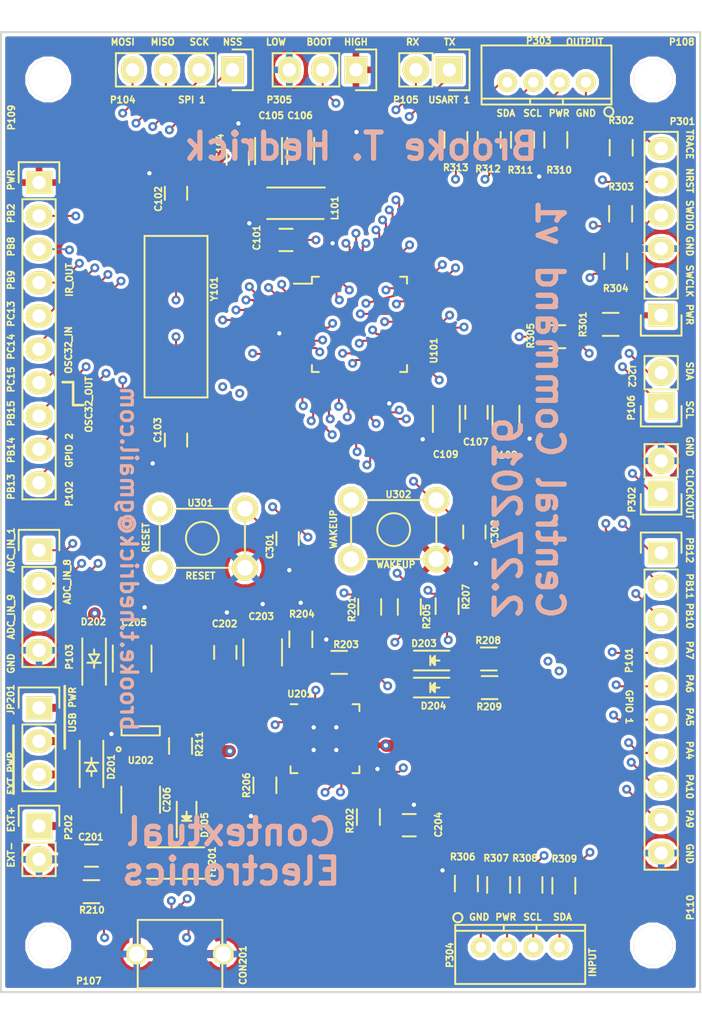
<source format=kicad_pcb>
(kicad_pcb (version 4) (host pcbnew 4.0.5)
  (layers (0 F.Cu signal) (1 In1.Cu signal) (2 In2.Cu signal) (31 B.Cu signal hide) (34 B.Paste user) (35 F.Paste user) (36 B.SilkS user) (37 F.SilkS user) (38 B.Mask user) (39 F.Mask user) (44 Edge.Cuts user))
  (net 0 "")
  (net 1 GND)
  (net 2 "Net-(C102-Pad2)")
  (net 3 "Net-(C103-Pad2)")
  (net 4 "Net-(C201-Pad2)")
  (net 5 "Net-(C204-Pad1)")
  (net 6 "Net-(C205-Pad1)")
  (net 7 "Net-(CON201-Pad4)")
  (net 8 "Net-(CON201-Pad3)")
  (net 9 "Net-(CON201-Pad2)")
  (net 10 "Net-(D201-Pad2)")
  (net 11 "Net-(D203-Pad2)")
  (net 12 "Net-(D203-Pad1)")
  (net 13 "Net-(D204-Pad2)")
  (net 14 /ADC_IN1)
  (net 15 /ADC_IN8)
  (net 16 /ADC_IN9)
  (net 17 /SPI1_NSS)
  (net 18 /SPI1_SCK)
  (net 19 /SPI1_MISO)
  (net 20 /SPI1_MOSI)
  (net 21 /USART1_TX)
  (net 22 /USART1_RX)
  (net 23 /I2C2_SCL)
  (net 24 /I2C2_SDA)
  (net 25 "Net-(P301-Pad1)")
  (net 26 "Net-(P301-Pad6)")
  (net 27 /Comm/CLOCKOUT)
  (net 28 "Net-(R201-Pad2)")
  (net 29 "Net-(R202-Pad2)")
  (net 30 "Net-(R203-Pad1)")
  (net 31 "Net-(R204-Pad2)")
  (net 32 "Net-(R205-Pad1)")
  (net 33 "Net-(R206-Pad2)")
  (net 34 "Net-(R207-Pad1)")
  (net 35 "Net-(R210-Pad1)")
  (net 36 "Net-(U201-Pad3)")
  (net 37 "Net-(U201-Pad5)")
  (net 38 "Net-(U201-Pad6)")
  (net 39 "Net-(U201-Pad7)")
  (net 40 "Net-(U201-Pad9)")
  (net 41 "Net-(U201-Pad10)")
  (net 42 "Net-(U201-Pad11)")
  (net 43 "Net-(U201-Pad12)")
  (net 44 "Net-(U201-Pad13)")
  (net 45 "Net-(U201-Pad23)")
  (net 46 "Net-(U201-Pad25)")
  (net 47 "Net-(U201-Pad27)")
  (net 48 "Net-(U201-Pad28)")
  (net 49 "Net-(U201-Pad29)")
  (net 50 "Net-(U201-Pad31)")
  (net 51 "Net-(P107-Pad1)")
  (net 52 "Net-(P108-Pad1)")
  (net 53 "Net-(P109-Pad1)")
  (net 54 "Net-(P110-Pad1)")
  (net 55 "Net-(D205-Pad2)")
  (net 56 "Net-(P303-Pad1)")
  (net 57 "Net-(P303-Pad2)")
  (net 58 "Net-(P303-Pad3)")
  (net 59 "Net-(P303-Pad4)")
  (net 60 "Net-(P304-Pad1)")
  (net 61 "Net-(P304-Pad2)")
  (net 62 "Net-(P304-Pad3)")
  (net 63 "Net-(P304-Pad4)")
  (net 64 /Power/EXT_PWR)
  (net 65 /Power/USB_PWR)
  (net 66 /Power/VCC)
  (net 67 "Net-(D204-Pad1)")
  (net 68 /PB12)
  (net 69 /PB11)
  (net 70 /PB10)
  (net 71 /PC13)
  (net 72 /PC14)
  (net 73 /PC15)
  (net 74 /PB15)
  (net 75 /PB14)
  (net 76 /PB13)
  (net 77 /PA9)
  (net 78 /PA10)
  (net 79 /PA4)
  (net 80 /PA5)
  (net 81 /PA6)
  (net 82 /PA7)
  (net 83 /PB2)
  (net 84 /PB8)
  (net 85 /PB9)
  (net 86 /VDDA)
  (net 87 /PWR)
  (net 88 /NRST)
  (net 89 /WKUP1)
  (net 90 /SWCLK)
  (net 91 /SWDIO)
  (net 92 /BOOT0)
  (net 93 /USART2_TX)
  (net 94 /USART2_RX)
  (net 95 /TRACE)
  (net 96 /MC0)
  (net 97 /I2C_SCL)
  (net 98 /I2C_SDA)
  (module CE_Capacitor:C_0805 (layer F.Cu) (at 68.326 55.372 180)
    (fp_text reference C101 (at 2.226 0.172 270) (layer F.SilkS) (effects (font (size 0.5 0.5) (thickness 0.125))))
    (fp_text value .1uf)
    (pad 1 smd rect (at -1 0 180) (size 1 1.25) (layers F.Cu F.Paste F.Mask) (net 86 /VDDA))
    (pad 2 smd rect (at 1 0 180) (size 1 1.25) (layers F.Cu F.Paste F.Mask) (net 1 GND))
  )
  (module CE_Capacitor:C_0805 (layer F.Cu) (at 59.944 51.816 270)
    (fp_text reference C102 (at 0.434 1.344 270) (layer F.SilkS) (effects (font (size 0.5 0.5) (thickness 0.125))))
    (fp_text value 18pf)
    (pad 1 smd rect (at -1 0 270) (size 1 1.25) (layers F.Cu F.Paste F.Mask) (net 1 GND))
    (pad 2 smd rect (at 1 0 270) (size 1 1.25) (layers F.Cu F.Paste F.Mask) (net 2 "Net-(C102-Pad2)"))
  )
  (module CE_Capacitor:C_0805 (layer F.Cu) (at 59.944 70.612 90)
    (fp_text reference C103 (at 0.762 -1.394 90) (layer F.SilkS) (effects (font (size 0.5 0.5) (thickness 0.125))))
    (fp_text value 18pf)
    (pad 1 smd rect (at -1 0 90) (size 1 1.25) (layers F.Cu F.Paste F.Mask) (net 1 GND))
    (pad 2 smd rect (at 1 0 90) (size 1 1.25) (layers F.Cu F.Paste F.Mask) (net 3 "Net-(C103-Pad2)"))
  )
  (module CE_Capacitor:C_0805 (layer F.Cu) (at 53.5 102.25)
    (fp_text reference C201 (at -0.05 -1.41) (layer F.SilkS) (effects (font (size 0.5 0.5) (thickness 0.125))))
    (fp_text value 10nf)
    (pad 1 smd rect (at -1 0) (size 1 1.25) (layers F.Cu F.Paste F.Mask) (net 1 GND))
    (pad 2 smd rect (at 1 0) (size 1 1.25) (layers F.Cu F.Paste F.Mask) (net 4 "Net-(C201-Pad2)"))
  )
  (module CE_Capacitor:C_0805 (layer F.Cu) (at 63.7 86.78 270)
    (fp_text reference C202 (at -2.18 0.05 360) (layer F.SilkS) (effects (font (size 0.5 0.5) (thickness 0.125))))
    (fp_text value 100nf)
    (pad 1 smd rect (at -1 0 270) (size 1 1.25) (layers F.Cu F.Paste F.Mask) (net 1 GND))
    (pad 2 smd rect (at 1 0 270) (size 1 1.25) (layers F.Cu F.Paste F.Mask) (net 66 /Power/VCC))
  )
  (module CE_Capacitor:C_1210 (layer F.Cu) (at 66.55 86.78 270)
    (fp_text reference C203 (at -2.74 0.11 360) (layer F.SilkS) (effects (font (size 0.5 0.5) (thickness 0.125))))
    (fp_text value 4.7uf)
    (pad 1 smd rect (at -1.5 0 270) (size 1 2.5) (layers F.Cu F.Paste F.Mask) (net 1 GND))
    (pad 2 smd rect (at 1.5 0 270) (size 1 2.5) (layers F.Cu F.Paste F.Mask) (net 66 /Power/VCC))
  )
  (module CE_Capacitor:C_0805 (layer F.Cu) (at 77.72 99.94)
    (fp_text reference C204 (at 2.23 -0.04 90) (layer F.SilkS) (effects (font (size 0.5 0.5) (thickness 0.125))))
    (fp_text value 100nf)
    (pad 1 smd rect (at -1 0) (size 1 1.25) (layers F.Cu F.Paste F.Mask) (net 5 "Net-(C204-Pad1)"))
    (pad 2 smd rect (at 1 0) (size 1 1.25) (layers F.Cu F.Paste F.Mask) (net 1 GND))
  )
  (module CE_Capacitor:C_1210 (layer F.Cu) (at 56.6 87.25 90)
    (fp_text reference C205 (at 2.75 0.15 180) (layer F.SilkS) (effects (font (size 0.5 0.5) (thickness 0.125))))
    (fp_text value 10uf)
    (pad 1 smd rect (at -1.5 0 90) (size 1 2.5) (layers F.Cu F.Paste F.Mask) (net 6 "Net-(C205-Pad1)"))
    (pad 2 smd rect (at 1.5 0 90) (size 1 2.5) (layers F.Cu F.Paste F.Mask) (net 1 GND))
  )
  (module CE_Capacitor:C_1210 (layer F.Cu) (at 57.25 98 270)
    (fp_text reference C206 (at 0 -2 270) (layer F.SilkS) (effects (font (size 0.5 0.5) (thickness 0.125))))
    (fp_text value 10uf)
    (pad 1 smd rect (at -1.5 0 270) (size 1 2.5) (layers F.Cu F.Paste F.Mask) (net 87 /PWR))
    (pad 2 smd rect (at 1.5 0 270) (size 1 2.5) (layers F.Cu F.Paste F.Mask) (net 1 GND))
  )
  (module CE_Capacitor:C_0805 (layer F.Cu) (at 68.45 78.11 270)
    (fp_text reference C301 (at 0.59 1.35 270) (layer F.SilkS) (effects (font (size 0.5 0.5) (thickness 0.125))))
    (fp_text value 0.1uf)
    (pad 1 smd rect (at -1 0 270) (size 1 1.25) (layers F.Cu F.Paste F.Mask) (net 88 /NRST))
    (pad 2 smd rect (at 1 0 270) (size 1 1.25) (layers F.Cu F.Paste F.Mask) (net 1 GND))
  )
  (module CE_Capacitor:C_0805 (layer F.Cu) (at 82.69 77.61 270)
    (fp_text reference C302 (at 0.04 -1.56 270) (layer F.SilkS) (effects (font (size 0.5 0.5) (thickness 0.125))))
    (fp_text value 0.1uf)
    (pad 1 smd rect (at -1 0 270) (size 1 1.25) (layers F.Cu F.Paste F.Mask) (net 89 /WKUP1))
    (pad 2 smd rect (at 1 0 270) (size 1 1.25) (layers F.Cu F.Paste F.Mask) (net 1 GND))
  )
  (module CE_Connector:MICRO_B_CONN_10118193-0001LF (layer F.Cu) (at 60.25 109.75)
    (fp_text reference CON201 (at 4.8 0.85 270) (layer F.SilkS) (effects (font (size 0.5 0.5) (thickness 0.125))))
    (fp_text value USB-MICRO-B)
    (pad 7 thru_hole oval (at 3.3 0) (size 1.6 1.6) (drill 1.2) (layers *.Cu *.Mask F.SilkS) (net 1 GND))
    (pad 8 thru_hole oval (at -3.3 0) (size 1.6 1.6) (drill 1.2) (layers *.Cu *.Mask F.SilkS) (net 1 GND))
    (pad 5 smd rect (at 1.3 -2.675) (size 0.4 1.35) (layers F.Cu F.Paste F.Mask) (net 1 GND))
    (pad 4 smd rect (at 0.65 -2.675) (size 0.4 1.35) (layers F.Cu F.Paste F.Mask) (net 7 "Net-(CON201-Pad4)"))
    (pad 3 smd rect (at 0 -2.675) (size 0.4 1.35) (layers F.Cu F.Paste F.Mask) (net 8 "Net-(CON201-Pad3)"))
    (pad 2 smd rect (at -0.65 -2.675) (size 0.4 1.35) (layers F.Cu F.Paste F.Mask) (net 9 "Net-(CON201-Pad2)"))
    (pad 1 smd rect (at -1.3 -2.675) (size 0.4 1.35) (layers F.Cu F.Paste F.Mask) (net 4 "Net-(C201-Pad2)"))
    (pad 9 smd rect (at -3.2 -2.45) (size 1.6 1.4) (layers F.Cu F.Paste F.Mask) (net 1 GND))
    (pad 6 smd rect (at 3.2 -2.45) (size 1.6 1.4) (layers F.Cu F.Paste F.Mask) (net 1 GND))
  )
  (module CE_Diode:LED_0805 (layer F.Cu) (at 79.68 87.4)
    (fp_text reference D203 (at -0.83 -1.3) (layer F.SilkS) (effects (font (size 0.5 0.5) (thickness 0.125))))
    (fp_text value LED_GREEN)
    (pad 2 smd rect (at 1.04902 0 180) (size 1.19888 1.19888) (layers F.Cu F.Paste F.Mask) (net 11 "Net-(D203-Pad2)"))
    (pad 1 smd rect (at -1.04902 0 180) (size 1.19888 1.19888) (layers F.Cu F.Paste F.Mask) (net 12 "Net-(D203-Pad1)"))
  )
  (module CE_Diode:LED_0805 (layer F.Cu) (at 79.68 89.46)
    (fp_text reference D204 (at -0.11 1.4) (layer F.SilkS) (effects (font (size 0.5 0.5) (thickness 0.125))))
    (fp_text value LED_YELLOW)
    (pad 2 smd rect (at 1.04902 0 180) (size 1.19888 1.19888) (layers F.Cu F.Paste F.Mask) (net 13 "Net-(D204-Pad2)"))
    (pad 1 smd rect (at -1.04902 0 180) (size 1.19888 1.19888) (layers F.Cu F.Paste F.Mask) (net 67 "Net-(D204-Pad1)"))
  )
  (module CE_Inductor:Neosid_Inductor_SM1206 (layer F.Cu) (at 59.9 102.82)
    (fp_text reference FB201 (at 2.8 -0.07 90) (layer F.SilkS) (effects (font (size 0.5 0.5) (thickness 0.125))))
    (fp_text value FILTER)
    (pad 2 smd rect (at 1.6256 0) (size 1.15062 1.39954) (layers F.Cu F.Paste F.Mask) (net 66 /Power/VCC))
    (pad 1 smd rect (at -1.6256 0) (size 1.15062 1.39954) (layers F.Cu F.Paste F.Mask) (net 4 "Net-(C201-Pad2)"))
  )
  (module CE_Inductor:Neosid_Inductor_SM1206 (layer F.Cu) (at 69.088 52.578 180)
    (fp_text reference L101 (at -2.962 -0.372 270) (layer F.SilkS) (effects (font (size 0.5 0.5) (thickness 0.125))))
    (fp_text value 10uh)
    (pad 2 smd rect (at 1.6256 0 180) (size 1.15062 1.39954) (layers F.Cu F.Paste F.Mask) (net 86 /VDDA))
    (pad 1 smd rect (at -1.6256 0 180) (size 1.15062 1.39954) (layers F.Cu F.Paste F.Mask) (net 87 /PWR))
  )
  (module CE_Connector:Pin_Header_Straight_1x10 (layer F.Cu) (at 96.93 79.2)
    (fp_text reference P101 (at -2.442 8.176 90) (layer F.SilkS) (effects (font (size 0.5 0.5) (thickness 0.125))))
    (fp_text value CONN_01X10)
    (pad 1 thru_hole rect (at 0 0) (size 2.032 1.7272) (drill 1.016) (layers *.Cu *.Mask F.SilkS) (net 68 /PB12))
    (pad 2 thru_hole oval (at 0 2.54) (size 2.032 1.7272) (drill 1.016) (layers *.Cu *.Mask F.SilkS) (net 69 /PB11))
    (pad 3 thru_hole oval (at 0 5.08) (size 2.032 1.7272) (drill 1.016) (layers *.Cu *.Mask F.SilkS) (net 70 /PB10))
    (pad 4 thru_hole oval (at 0 7.62) (size 2.032 1.7272) (drill 1.016) (layers *.Cu *.Mask F.SilkS) (net 82 /PA7))
    (pad 5 thru_hole oval (at 0 10.16) (size 2.032 1.7272) (drill 1.016) (layers *.Cu *.Mask F.SilkS) (net 81 /PA6))
    (pad 6 thru_hole oval (at 0 12.7) (size 2.032 1.7272) (drill 1.016) (layers *.Cu *.Mask F.SilkS) (net 80 /PA5))
    (pad 7 thru_hole oval (at 0 15.24) (size 2.032 1.7272) (drill 1.016) (layers *.Cu *.Mask F.SilkS) (net 79 /PA4))
    (pad 8 thru_hole oval (at 0 17.78) (size 2.032 1.7272) (drill 1.016) (layers *.Cu *.Mask F.SilkS) (net 78 /PA10))
    (pad 9 thru_hole oval (at 0 20.32) (size 2.032 1.7272) (drill 1.016) (layers *.Cu *.Mask F.SilkS) (net 77 /PA9))
    (pad 10 thru_hole oval (at 0 22.86) (size 2.032 1.7272) (drill 1.016) (layers *.Cu *.Mask F.SilkS) (net 1 GND))
  )
  (module CE_Connector:Pin_Header_Straight_1x10 (layer F.Cu) (at 49.5 51)
    (fp_text reference P102 (at 2.3 23.7 90) (layer F.SilkS) (effects (font (size 0.5 0.5) (thickness 0.125))))
    (fp_text value CONN_01X10)
    (pad 1 thru_hole rect (at 0 0) (size 2.032 1.7272) (drill 1.016) (layers *.Cu *.Mask F.SilkS) (net 87 /PWR))
    (pad 2 thru_hole oval (at 0 2.54) (size 2.032 1.7272) (drill 1.016) (layers *.Cu *.Mask F.SilkS) (net 83 /PB2))
    (pad 3 thru_hole oval (at 0 5.08) (size 2.032 1.7272) (drill 1.016) (layers *.Cu *.Mask F.SilkS) (net 84 /PB8))
    (pad 4 thru_hole oval (at 0 7.62) (size 2.032 1.7272) (drill 1.016) (layers *.Cu *.Mask F.SilkS) (net 85 /PB9))
    (pad 5 thru_hole oval (at 0 10.16) (size 2.032 1.7272) (drill 1.016) (layers *.Cu *.Mask F.SilkS) (net 71 /PC13))
    (pad 6 thru_hole oval (at 0 12.7) (size 2.032 1.7272) (drill 1.016) (layers *.Cu *.Mask F.SilkS) (net 72 /PC14))
    (pad 7 thru_hole oval (at 0 15.24) (size 2.032 1.7272) (drill 1.016) (layers *.Cu *.Mask F.SilkS) (net 73 /PC15))
    (pad 8 thru_hole oval (at 0 17.78) (size 2.032 1.7272) (drill 1.016) (layers *.Cu *.Mask F.SilkS) (net 74 /PB15))
    (pad 9 thru_hole oval (at 0 20.32) (size 2.032 1.7272) (drill 1.016) (layers *.Cu *.Mask F.SilkS) (net 75 /PB14))
    (pad 10 thru_hole oval (at 0 22.86) (size 2.032 1.7272) (drill 1.016) (layers *.Cu *.Mask F.SilkS) (net 76 /PB13))
  )
  (module CE_Connector:Pin_Header_Straight_1x04 (layer F.Cu) (at 49.5 79)
    (fp_text reference P103 (at 2.316 8.122 90) (layer F.SilkS) (effects (font (size 0.5 0.5) (thickness 0.125))))
    (fp_text value CONN_01X04)
    (pad 1 thru_hole rect (at 0 0) (size 2.032 1.7272) (drill 1.016) (layers *.Cu *.Mask F.SilkS) (net 14 /ADC_IN1))
    (pad 2 thru_hole oval (at 0 2.54) (size 2.032 1.7272) (drill 1.016) (layers *.Cu *.Mask F.SilkS) (net 15 /ADC_IN8))
    (pad 3 thru_hole oval (at 0 5.08) (size 2.032 1.7272) (drill 1.016) (layers *.Cu *.Mask F.SilkS) (net 16 /ADC_IN9))
    (pad 4 thru_hole oval (at 0 7.62) (size 2.032 1.7272) (drill 1.016) (layers *.Cu *.Mask F.SilkS) (net 1 GND))
  )
  (module CE_Connector:Pin_Header_Straight_1x04 (layer F.Cu) (at 64.25 42.418 270)
    (fp_text reference P104 (at 2.286 8.37 360) (layer F.SilkS) (effects (font (size 0.5 0.5) (thickness 0.125))))
    (fp_text value CONN_01X04)
    (pad 1 thru_hole rect (at 0 0 270) (size 2.032 1.7272) (drill 1.016) (layers *.Cu *.Mask F.SilkS) (net 17 /SPI1_NSS))
    (pad 2 thru_hole oval (at 0 2.54 270) (size 2.032 1.7272) (drill 1.016) (layers *.Cu *.Mask F.SilkS) (net 18 /SPI1_SCK))
    (pad 3 thru_hole oval (at 0 5.08 270) (size 2.032 1.7272) (drill 1.016) (layers *.Cu *.Mask F.SilkS) (net 19 /SPI1_MISO))
    (pad 4 thru_hole oval (at 0 7.62 270) (size 2.032 1.7272) (drill 1.016) (layers *.Cu *.Mask F.SilkS) (net 20 /SPI1_MOSI))
  )
  (module CE_Connector:Pin_Header_Straight_1x02 (layer F.Cu) (at 80.772 42.418 270)
    (fp_text reference P105 (at 2.286 3.302 360) (layer F.SilkS) (effects (font (size 0.5 0.5) (thickness 0.125))))
    (fp_text value CONN_01X02)
    (pad 1 thru_hole rect (at 0 0 270) (size 2.032 2.032) (drill 1.016) (layers *.Cu *.Mask F.SilkS) (net 21 /USART1_TX))
    (pad 2 thru_hole oval (at 0 2.54 270) (size 2.032 2.032) (drill 1.016) (layers *.Cu *.Mask F.SilkS) (net 22 /USART1_RX))
  )
  (module CE_Connector:Pin_Header_Straight_1x02 (layer F.Cu) (at 96.93 68.02 180)
    (fp_text reference P106 (at 2.28 -0.13 270) (layer F.SilkS) (effects (font (size 0.5 0.5) (thickness 0.125))))
    (fp_text value CONN_01X02)
    (pad 1 thru_hole rect (at 0 0 180) (size 2.032 2.032) (drill 1.016) (layers *.Cu *.Mask F.SilkS) (net 23 /I2C2_SCL))
    (pad 2 thru_hole oval (at 0 2.54 180) (size 2.032 2.032) (drill 1.016) (layers *.Cu *.Mask F.SilkS) (net 24 /I2C2_SDA))
  )
  (module CE_Connector:Pin_Header_Straight_1x02 (layer F.Cu) (at 49.5 100)
    (fp_text reference P202 (at 2.25 0.1 90) (layer F.SilkS) (effects (font (size 0.5 0.5) (thickness 0.125))))
    (fp_text value CONN_01X02)
    (pad 1 thru_hole rect (at 0 0) (size 2.032 2.032) (drill 1.016) (layers *.Cu *.Mask F.SilkS) (net 10 "Net-(D201-Pad2)"))
    (pad 2 thru_hole oval (at 0 2.54) (size 2.032 2.032) (drill 1.016) (layers *.Cu *.Mask F.SilkS) (net 1 GND))
  )
  (module CE_Connector:Pin_Header_Straight_1x06 (layer F.Cu) (at 96.93 61.11 180)
    (fp_text reference P301 (at -1.62 14.76 360) (layer F.SilkS) (effects (font (size 0.5 0.5) (thickness 0.125))))
    (fp_text value CONN_01X06)
    (pad 1 thru_hole rect (at 0 0 180) (size 2.032 1.7272) (drill 1.016) (layers *.Cu *.Mask F.SilkS) (net 25 "Net-(P301-Pad1)"))
    (pad 2 thru_hole oval (at 0 2.54 180) (size 2.032 1.7272) (drill 1.016) (layers *.Cu *.Mask F.SilkS) (net 90 /SWCLK))
    (pad 3 thru_hole oval (at 0 5.08 180) (size 2.032 1.7272) (drill 1.016) (layers *.Cu *.Mask F.SilkS) (net 1 GND))
    (pad 4 thru_hole oval (at 0 7.62 180) (size 2.032 1.7272) (drill 1.016) (layers *.Cu *.Mask F.SilkS) (net 91 /SWDIO))
    (pad 5 thru_hole oval (at 0 10.16 180) (size 2.032 1.7272) (drill 1.016) (layers *.Cu *.Mask F.SilkS) (net 88 /NRST))
    (pad 6 thru_hole oval (at 0 12.7 180) (size 2.032 1.7272) (drill 1.016) (layers *.Cu *.Mask F.SilkS) (net 26 "Net-(P301-Pad6)"))
  )
  (module CE_Connector:Pin_Header_Straight_1x02 (layer F.Cu) (at 96.93 74.73 180)
    (fp_text reference P302 (at 2.23 -0.42 270) (layer F.SilkS) (effects (font (size 0.5 0.5) (thickness 0.125))))
    (fp_text value CONN_01X02)
    (pad 1 thru_hole rect (at 0 0 180) (size 2.032 2.032) (drill 1.016) (layers *.Cu *.Mask F.SilkS) (net 27 /Comm/CLOCKOUT))
    (pad 2 thru_hole oval (at 0 2.54 180) (size 2.032 2.032) (drill 1.016) (layers *.Cu *.Mask F.SilkS) (net 1 GND))
  )
  (module CE_Connector:GroveConnectorStraight_B4B-PH-K-S (layer F.Cu) (at 88.19 43.36)
    (fp_text reference P303 (at -0.59 -3.16 180) (layer F.SilkS) (effects (font (size 0.5 0.5) (thickness 0.125))))
    (fp_text value CONN_01X04)
    (pad 1 thru_hole circle (at 3 0) (size 1.5 1.5) (drill 0.8) (layers *.Cu *.Mask F.SilkS) (net 56 "Net-(P303-Pad1)"))
    (pad 2 thru_hole circle (at 1 0) (size 1.5 1.5) (drill 0.8) (layers *.Cu *.Mask F.SilkS) (net 57 "Net-(P303-Pad2)"))
    (pad 3 thru_hole circle (at -1 0) (size 1.5 1.5) (drill 0.8) (layers *.Cu *.Mask F.SilkS) (net 58 "Net-(P303-Pad3)"))
    (pad 4 thru_hole circle (at -3 0) (size 1.5 1.5) (drill 0.8) (layers *.Cu *.Mask F.SilkS) (net 59 "Net-(P303-Pad4)"))
  )
  (module CE_Connector:GroveConnectorStraight_B4B-PH-K-S (layer F.Cu) (at 86.18 109.23 180)
    (fp_text reference P304 (at 5.36 -0.6 270) (layer F.SilkS) (effects (font (size 0.5 0.5) (thickness 0.125))))
    (fp_text value CONN_01X04)
    (pad 1 thru_hole circle (at 3 0 180) (size 1.5 1.5) (drill 0.8) (layers *.Cu *.Mask F.SilkS) (net 60 "Net-(P304-Pad1)"))
    (pad 2 thru_hole circle (at 1 0 180) (size 1.5 1.5) (drill 0.8) (layers *.Cu *.Mask F.SilkS) (net 61 "Net-(P304-Pad2)"))
    (pad 3 thru_hole circle (at -1 0 180) (size 1.5 1.5) (drill 0.8) (layers *.Cu *.Mask F.SilkS) (net 62 "Net-(P304-Pad3)"))
    (pad 4 thru_hole circle (at -3 0 180) (size 1.5 1.5) (drill 0.8) (layers *.Cu *.Mask F.SilkS) (net 63 "Net-(P304-Pad4)"))
  )
  (module CE_Connector:Pin_Header_Straight_1x03 (layer F.Cu) (at 73.66 42.418 270)
    (fp_text reference P305 (at 2.286 5.842 360) (layer F.SilkS) (effects (font (size 0.5 0.5) (thickness 0.125))))
    (fp_text value CONN_01X03)
    (pad 1 thru_hole rect (at 0 0 270) (size 2.032 1.7272) (drill 1.016) (layers *.Cu *.Mask F.SilkS) (net 87 /PWR))
    (pad 2 thru_hole oval (at 0 2.54 270) (size 2.032 1.7272) (drill 1.016) (layers *.Cu *.Mask F.SilkS) (net 92 /BOOT0))
    (pad 3 thru_hole oval (at 0 5.08 270) (size 2.032 1.7272) (drill 1.016) (layers *.Cu *.Mask F.SilkS) (net 1 GND))
  )
  (module CE_Resistor:R_0805 (layer F.Cu) (at 74.71 83.32 270)
    (fp_text reference R201 (at 0.18 1.36 270) (layer F.SilkS) (effects (font (size 0.5 0.5) (thickness 0.125))))
    (fp_text value 0)
    (pad 1 smd rect (at -0.95 0 270) (size 0.7 1.3) (layers F.Cu F.Paste F.Mask) (net 88 /NRST))
    (pad 2 smd rect (at 0.95 0 270) (size 0.7 1.3) (layers F.Cu F.Paste F.Mask) (net 28 "Net-(R201-Pad2)"))
  )
  (module CE_Resistor:R_0805 (layer F.Cu) (at 74.61 99.32 90)
    (fp_text reference R202 (at -0.28 -1.41 90) (layer F.SilkS) (effects (font (size 0.5 0.5) (thickness 0.125))))
    (fp_text value 0)
    (pad 1 smd rect (at -0.95 0 90) (size 0.7 1.3) (layers F.Cu F.Paste F.Mask) (net 5 "Net-(C204-Pad1)"))
    (pad 2 smd rect (at 0.95 0 90) (size 0.7 1.3) (layers F.Cu F.Paste F.Mask) (net 29 "Net-(R202-Pad2)"))
  )
  (module CE_Resistor:R_0805 (layer F.Cu) (at 72.38 87.54 180)
    (fp_text reference R203 (at -0.53 1.36 180) (layer F.SilkS) (effects (font (size 0.5 0.5) (thickness 0.125))))
    (fp_text value 0)
    (pad 1 smd rect (at -0.95 0 180) (size 0.7 1.3) (layers F.Cu F.Paste F.Mask) (net 30 "Net-(R203-Pad1)"))
    (pad 2 smd rect (at 0.95 0 180) (size 0.7 1.3) (layers F.Cu F.Paste F.Mask) (net 1 GND))
  )
  (module CE_Resistor:R_0805 (layer F.Cu) (at 69.46 85.78 270)
    (fp_text reference R204 (at -1.92 -0.08 360) (layer F.SilkS) (effects (font (size 0.5 0.5) (thickness 0.125))))
    (fp_text value NOP)
    (pad 1 smd rect (at -0.95 0 270) (size 0.7 1.3) (layers F.Cu F.Paste F.Mask) (net 1 GND))
    (pad 2 smd rect (at 0.95 0 270) (size 0.7 1.3) (layers F.Cu F.Paste F.Mask) (net 31 "Net-(R204-Pad2)"))
  )
  (module CE_Resistor:R_0805 (layer F.Cu) (at 77.73 83.32 90)
    (fp_text reference R205 (at -0.73 1.32 90) (layer F.SilkS) (effects (font (size 0.5 0.5) (thickness 0.125))))
    (fp_text value 0)
    (pad 1 smd rect (at -0.95 0 90) (size 0.7 1.3) (layers F.Cu F.Paste F.Mask) (net 32 "Net-(R205-Pad1)"))
    (pad 2 smd rect (at 0.95 0 90) (size 0.7 1.3) (layers F.Cu F.Paste F.Mask) (net 93 /USART2_TX))
  )
  (module CE_Resistor:R_0805 (layer F.Cu) (at 66.72 96.9 90)
    (fp_text reference R206 (at 0 -1.4 90) (layer F.SilkS) (effects (font (size 0.5 0.5) (thickness 0.125))))
    (fp_text value NOP)
    (pad 1 smd rect (at -0.95 0 90) (size 0.7 1.3) (layers F.Cu F.Paste F.Mask) (net 1 GND))
    (pad 2 smd rect (at 0.95 0 90) (size 0.7 1.3) (layers F.Cu F.Paste F.Mask) (net 33 "Net-(R206-Pad2)"))
  )
  (module CE_Resistor:R_0805 (layer F.Cu) (at 80.61 83.26 90)
    (fp_text reference R207 (at 0.71 1.44 90) (layer F.SilkS) (effects (font (size 0.5 0.5) (thickness 0.125))))
    (fp_text value 0)
    (pad 1 smd rect (at -0.95 0 90) (size 0.7 1.3) (layers F.Cu F.Paste F.Mask) (net 34 "Net-(R207-Pad1)"))
    (pad 2 smd rect (at 0.95 0 90) (size 0.7 1.3) (layers F.Cu F.Paste F.Mask) (net 94 /USART2_RX))
  )
  (module CE_Resistor:R_0805 (layer F.Cu) (at 83.79 87.28 180)
    (fp_text reference R208 (at 0.05 1.41 180) (layer F.SilkS) (effects (font (size 0.5 0.5) (thickness 0.125))))
    (fp_text value 270)
    (pad 1 smd rect (at -0.95 0 180) (size 0.7 1.3) (layers F.Cu F.Paste F.Mask) (net 66 /Power/VCC))
    (pad 2 smd rect (at 0.95 0 180) (size 0.7 1.3) (layers F.Cu F.Paste F.Mask) (net 11 "Net-(D203-Pad2)"))
  )
  (module CE_Resistor:R_0805 (layer F.Cu) (at 83.85 89.46 180)
    (fp_text reference R209 (at 0.03 -1.46 180) (layer F.SilkS) (effects (font (size 0.5 0.5) (thickness 0.125))))
    (fp_text value 270)
    (pad 1 smd rect (at -0.95 0 180) (size 0.7 1.3) (layers F.Cu F.Paste F.Mask) (net 66 /Power/VCC))
    (pad 2 smd rect (at 0.95 0 180) (size 0.7 1.3) (layers F.Cu F.Paste F.Mask) (net 13 "Net-(D204-Pad2)"))
  )
  (module CE_Resistor:R_0805 (layer F.Cu) (at 53.5 105)
    (fp_text reference R210 (at 0.03 1.4) (layer F.SilkS) (effects (font (size 0.5 0.5) (thickness 0.125))))
    (fp_text value NOP)
    (pad 1 smd rect (at -0.95 0) (size 0.7 1.3) (layers F.Cu F.Paste F.Mask) (net 35 "Net-(R210-Pad1)"))
    (pad 2 smd rect (at 0.95 0) (size 0.7 1.3) (layers F.Cu F.Paste F.Mask) (net 7 "Net-(CON201-Pad4)"))
  )
  (module CE_Resistor:R_0805 (layer F.Cu) (at 93.08 61.8)
    (fp_text reference R301 (at -2.11 0.01 90) (layer F.SilkS) (effects (font (size 0.5 0.5) (thickness 0.125))))
    (fp_text value 0)
    (pad 1 smd rect (at -0.95 0) (size 0.7 1.3) (layers F.Cu F.Paste F.Mask) (net 87 /PWR))
    (pad 2 smd rect (at 0.95 0) (size 0.7 1.3) (layers F.Cu F.Paste F.Mask) (net 25 "Net-(P301-Pad1)"))
  )
  (module CE_Resistor:R_0805 (layer F.Cu) (at 93.88 48.35 270)
    (fp_text reference R302 (at -2.08 0 360) (layer F.SilkS) (effects (font (size 0.5 0.5) (thickness 0.125))))
    (fp_text value 0)
    (pad 1 smd rect (at -0.95 0 270) (size 0.7 1.3) (layers F.Cu F.Paste F.Mask) (net 26 "Net-(P301-Pad6)"))
    (pad 2 smd rect (at 0.95 0 270) (size 0.7 1.3) (layers F.Cu F.Paste F.Mask) (net 95 /TRACE))
  )
  (module CE_Resistor:R_0805 (layer F.Cu) (at 93.84 53.38 270)
    (fp_text reference R303 (at -2.05 -0.04 360) (layer F.SilkS) (effects (font (size 0.5 0.5) (thickness 0.125))))
    (fp_text value 100k)
    (pad 1 smd rect (at -0.95 0 270) (size 0.7 1.3) (layers F.Cu F.Paste F.Mask) (net 87 /PWR))
    (pad 2 smd rect (at 0.95 0 270) (size 0.7 1.3) (layers F.Cu F.Paste F.Mask) (net 91 /SWDIO))
  )
  (module CE_Resistor:R_0805 (layer F.Cu) (at 93.46 57 90)
    (fp_text reference R304 (at -2.06 0 180) (layer F.SilkS) (effects (font (size 0.5 0.5) (thickness 0.125))))
    (fp_text value 100k)
    (pad 1 smd rect (at -0.95 0 90) (size 0.7 1.3) (layers F.Cu F.Paste F.Mask) (net 90 /SWCLK))
    (pad 2 smd rect (at 0.95 0 90) (size 0.7 1.3) (layers F.Cu F.Paste F.Mask) (net 1 GND))
  )
  (module CE_Resistor:R_0805 (layer F.Cu) (at 89.03 62.74)
    (fp_text reference R305 (at -2.05 -0.07 90) (layer F.SilkS) (effects (font (size 0.5 0.5) (thickness 0.125))))
    (fp_text value 0)
    (pad 1 smd rect (at -0.95 0) (size 0.7 1.3) (layers F.Cu F.Paste F.Mask) (net 96 /MC0))
    (pad 2 smd rect (at 0.95 0) (size 0.7 1.3) (layers F.Cu F.Paste F.Mask) (net 27 /Comm/CLOCKOUT))
  )
  (module CE_IC:LQFP-48_7x7mm_Pitch0.5mm (layer F.Cu) (at 73.93 61.8)
    (fp_text reference U101 (at 5.67 2 90) (layer F.SilkS) (effects (font (size 0.5 0.5) (thickness 0.125))))
    (fp_text value STM32F030C8)
    (pad 1 smd rect (at -4.35 -2.75) (size 1.3 0.25) (layers F.Cu F.Paste F.Mask) (net 87 /PWR))
    (pad 2 smd rect (at -4.35 -2.25) (size 1.3 0.25) (layers F.Cu F.Paste F.Mask) (net 71 /PC13))
    (pad 3 smd rect (at -4.35 -1.75) (size 1.3 0.25) (layers F.Cu F.Paste F.Mask) (net 72 /PC14))
    (pad 4 smd rect (at -4.35 -1.25) (size 1.3 0.25) (layers F.Cu F.Paste F.Mask) (net 73 /PC15))
    (pad 5 smd rect (at -4.35 -0.75) (size 1.3 0.25) (layers F.Cu F.Paste F.Mask) (net 2 "Net-(C102-Pad2)"))
    (pad 6 smd rect (at -4.35 -0.25) (size 1.3 0.25) (layers F.Cu F.Paste F.Mask) (net 3 "Net-(C103-Pad2)"))
    (pad 7 smd rect (at -4.35 0.25) (size 1.3 0.25) (layers F.Cu F.Paste F.Mask) (net 88 /NRST))
    (pad 8 smd rect (at -4.35 0.75) (size 1.3 0.25) (layers F.Cu F.Paste F.Mask) (net 1 GND))
    (pad 9 smd rect (at -4.35 1.25) (size 1.3 0.25) (layers F.Cu F.Paste F.Mask) (net 86 /VDDA))
    (pad 10 smd rect (at -4.35 1.75) (size 1.3 0.25) (layers F.Cu F.Paste F.Mask) (net 89 /WKUP1))
    (pad 11 smd rect (at -4.35 2.25) (size 1.3 0.25) (layers F.Cu F.Paste F.Mask) (net 14 /ADC_IN1))
    (pad 12 smd rect (at -4.35 2.75) (size 1.3 0.25) (layers F.Cu F.Paste F.Mask) (net 93 /USART2_TX))
    (pad 13 smd rect (at -2.75 4.35 90) (size 1.3 0.25) (layers F.Cu F.Paste F.Mask) (net 94 /USART2_RX))
    (pad 14 smd rect (at -2.25 4.35 90) (size 1.3 0.25) (layers F.Cu F.Paste F.Mask) (net 79 /PA4))
    (pad 15 smd rect (at -1.75 4.35 90) (size 1.3 0.25) (layers F.Cu F.Paste F.Mask) (net 80 /PA5))
    (pad 16 smd rect (at -1.25 4.35 90) (size 1.3 0.25) (layers F.Cu F.Paste F.Mask) (net 81 /PA6))
    (pad 17 smd rect (at -0.75 4.35 90) (size 1.3 0.25) (layers F.Cu F.Paste F.Mask) (net 82 /PA7))
    (pad 18 smd rect (at -0.25 4.35 90) (size 1.3 0.25) (layers F.Cu F.Paste F.Mask) (net 15 /ADC_IN8))
    (pad 19 smd rect (at 0.25 4.35 90) (size 1.3 0.25) (layers F.Cu F.Paste F.Mask) (net 16 /ADC_IN9))
    (pad 20 smd rect (at 0.75 4.35 90) (size 1.3 0.25) (layers F.Cu F.Paste F.Mask) (net 83 /PB2))
    (pad 21 smd rect (at 1.25 4.35 90) (size 1.3 0.25) (layers F.Cu F.Paste F.Mask) (net 70 /PB10))
    (pad 22 smd rect (at 1.75 4.35 90) (size 1.3 0.25) (layers F.Cu F.Paste F.Mask) (net 69 /PB11))
    (pad 23 smd rect (at 2.25 4.35 90) (size 1.3 0.25) (layers F.Cu F.Paste F.Mask) (net 1 GND))
    (pad 24 smd rect (at 2.75 4.35 90) (size 1.3 0.25) (layers F.Cu F.Paste F.Mask) (net 87 /PWR))
    (pad 25 smd rect (at 4.35 2.75) (size 1.3 0.25) (layers F.Cu F.Paste F.Mask) (net 68 /PB12))
    (pad 26 smd rect (at 4.35 2.25) (size 1.3 0.25) (layers F.Cu F.Paste F.Mask) (net 76 /PB13))
    (pad 27 smd rect (at 4.35 1.75) (size 1.3 0.25) (layers F.Cu F.Paste F.Mask) (net 75 /PB14))
    (pad 28 smd rect (at 4.35 1.25) (size 1.3 0.25) (layers F.Cu F.Paste F.Mask) (net 74 /PB15))
    (pad 29 smd rect (at 4.35 0.75) (size 1.3 0.25) (layers F.Cu F.Paste F.Mask) (net 96 /MC0))
    (pad 30 smd rect (at 4.35 0.25) (size 1.3 0.25) (layers F.Cu F.Paste F.Mask) (net 77 /PA9))
    (pad 31 smd rect (at 4.35 -0.25) (size 1.3 0.25) (layers F.Cu F.Paste F.Mask) (net 78 /PA10))
    (pad 32 smd rect (at 4.35 -0.75) (size 1.3 0.25) (layers F.Cu F.Paste F.Mask) (net 97 /I2C_SCL))
    (pad 33 smd rect (at 4.35 -1.25) (size 1.3 0.25) (layers F.Cu F.Paste F.Mask) (net 98 /I2C_SDA))
    (pad 34 smd rect (at 4.35 -1.75) (size 1.3 0.25) (layers F.Cu F.Paste F.Mask) (net 91 /SWDIO))
    (pad 35 smd rect (at 4.35 -2.25) (size 1.3 0.25) (layers F.Cu F.Paste F.Mask) (net 23 /I2C2_SCL))
    (pad 36 smd rect (at 4.35 -2.75) (size 1.3 0.25) (layers F.Cu F.Paste F.Mask) (net 24 /I2C2_SDA))
    (pad 37 smd rect (at 2.75 -4.35 90) (size 1.3 0.25) (layers F.Cu F.Paste F.Mask) (net 90 /SWCLK))
    (pad 38 smd rect (at 2.25 -4.35 90) (size 1.3 0.25) (layers F.Cu F.Paste F.Mask) (net 17 /SPI1_NSS))
    (pad 39 smd rect (at 1.75 -4.35 90) (size 1.3 0.25) (layers F.Cu F.Paste F.Mask) (net 18 /SPI1_SCK))
    (pad 40 smd rect (at 1.25 -4.35 90) (size 1.3 0.25) (layers F.Cu F.Paste F.Mask) (net 19 /SPI1_MISO))
    (pad 41 smd rect (at 0.75 -4.35 90) (size 1.3 0.25) (layers F.Cu F.Paste F.Mask) (net 20 /SPI1_MOSI))
    (pad 42 smd rect (at 0.25 -4.35 90) (size 1.3 0.25) (layers F.Cu F.Paste F.Mask) (net 21 /USART1_TX))
    (pad 43 smd rect (at -0.25 -4.35 90) (size 1.3 0.25) (layers F.Cu F.Paste F.Mask) (net 22 /USART1_RX))
    (pad 44 smd rect (at -0.75 -4.35 90) (size 1.3 0.25) (layers F.Cu F.Paste F.Mask) (net 92 /BOOT0))
    (pad 45 smd rect (at -1.25 -4.35 90) (size 1.3 0.25) (layers F.Cu F.Paste F.Mask) (net 84 /PB8))
    (pad 46 smd rect (at -1.75 -4.35 90) (size 1.3 0.25) (layers F.Cu F.Paste F.Mask) (net 85 /PB9))
    (pad 47 smd rect (at -2.25 -4.35 90) (size 1.3 0.25) (layers F.Cu F.Paste F.Mask) (net 1 GND))
    (pad 48 smd rect (at -2.75 -4.35 90) (size 1.3 0.25) (layers F.Cu F.Paste F.Mask) (net 87 /PWR))
  )
  (module CE_IC:QFN-32-1EP_5x5mm_Pitch0.5mm (layer F.Cu) (at 71.3 93.35)
    (fp_text reference U201 (at -1.89 -3.41) (layer F.SilkS) (effects (font (size 0.5 0.5) (thickness 0.125))))
    (fp_text value FT232RQ)
    (pad 1 smd rect (at -2.4 -1.75) (size 0.7 0.25) (layers F.Cu F.Paste F.Mask) (net 66 /Power/VCC))
    (pad 2 smd rect (at -2.4 -1.25) (size 0.7 0.25) (layers F.Cu F.Paste F.Mask) (net 34 "Net-(R207-Pad1)"))
    (pad 3 smd rect (at -2.4 -0.75) (size 0.7 0.25) (layers F.Cu F.Paste F.Mask) (net 36 "Net-(U201-Pad3)"))
    (pad 4 smd rect (at -2.4 -0.25) (size 0.7 0.25) (layers F.Cu F.Paste F.Mask) (net 1 GND))
    (pad 5 smd rect (at -2.4 0.25) (size 0.7 0.25) (layers F.Cu F.Paste F.Mask) (net 37 "Net-(U201-Pad5)"))
    (pad 6 smd rect (at -2.4 0.75) (size 0.7 0.25) (layers F.Cu F.Paste F.Mask) (net 38 "Net-(U201-Pad6)"))
    (pad 7 smd rect (at -2.4 1.25) (size 0.7 0.25) (layers F.Cu F.Paste F.Mask) (net 39 "Net-(U201-Pad7)"))
    (pad 8 smd rect (at -2.4 1.75) (size 0.7 0.25) (layers F.Cu F.Paste F.Mask) (net 33 "Net-(R206-Pad2)"))
    (pad 9 smd rect (at -1.75 2.4 90) (size 0.7 0.25) (layers F.Cu F.Paste F.Mask) (net 40 "Net-(U201-Pad9)"))
    (pad 10 smd rect (at -1.25 2.4 90) (size 0.7 0.25) (layers F.Cu F.Paste F.Mask) (net 41 "Net-(U201-Pad10)"))
    (pad 11 smd rect (at -0.75 2.4 90) (size 0.7 0.25) (layers F.Cu F.Paste F.Mask) (net 42 "Net-(U201-Pad11)"))
    (pad 12 smd rect (at -0.25 2.4 90) (size 0.7 0.25) (layers F.Cu F.Paste F.Mask) (net 43 "Net-(U201-Pad12)"))
    (pad 13 smd rect (at 0.25 2.4 90) (size 0.7 0.25) (layers F.Cu F.Paste F.Mask) (net 44 "Net-(U201-Pad13)"))
    (pad 14 smd rect (at 0.75 2.4 90) (size 0.7 0.25) (layers F.Cu F.Paste F.Mask) (net 8 "Net-(CON201-Pad3)"))
    (pad 15 smd rect (at 1.25 2.4 90) (size 0.7 0.25) (layers F.Cu F.Paste F.Mask) (net 9 "Net-(CON201-Pad2)"))
    (pad 16 smd rect (at 1.75 2.4 90) (size 0.7 0.25) (layers F.Cu F.Paste F.Mask) (net 29 "Net-(R202-Pad2)"))
    (pad 17 smd rect (at 2.4 1.75) (size 0.7 0.25) (layers F.Cu F.Paste F.Mask) (net 1 GND))
    (pad 18 smd rect (at 2.4 1.25) (size 0.7 0.25) (layers F.Cu F.Paste F.Mask) (net 28 "Net-(R201-Pad2)"))
    (pad 19 smd rect (at 2.4 0.75) (size 0.7 0.25) (layers F.Cu F.Paste F.Mask) (net 66 /Power/VCC))
    (pad 20 smd rect (at 2.4 0.25) (size 0.7 0.25) (layers F.Cu F.Paste F.Mask) (net 1 GND))
    (pad 21 smd rect (at 2.4 -0.25) (size 0.7 0.25) (layers F.Cu F.Paste F.Mask) (net 67 "Net-(D204-Pad1)"))
    (pad 22 smd rect (at 2.4 -0.75) (size 0.7 0.25) (layers F.Cu F.Paste F.Mask) (net 12 "Net-(D203-Pad1)"))
    (pad 23 smd rect (at 2.4 -1.25) (size 0.7 0.25) (layers F.Cu F.Paste F.Mask) (net 45 "Net-(U201-Pad23)"))
    (pad 24 smd rect (at 2.4 -1.75) (size 0.7 0.25) (layers F.Cu F.Paste F.Mask) (net 1 GND))
    (pad 25 smd rect (at 1.75 -2.4 90) (size 0.7 0.25) (layers F.Cu F.Paste F.Mask) (net 46 "Net-(U201-Pad25)"))
    (pad 26 smd rect (at 1.25 -2.4 90) (size 0.7 0.25) (layers F.Cu F.Paste F.Mask) (net 30 "Net-(R203-Pad1)"))
    (pad 27 smd rect (at 0.75 -2.4 90) (size 0.7 0.25) (layers F.Cu F.Paste F.Mask) (net 47 "Net-(U201-Pad27)"))
    (pad 28 smd rect (at 0.25 -2.4 90) (size 0.7 0.25) (layers F.Cu F.Paste F.Mask) (net 48 "Net-(U201-Pad28)"))
    (pad 29 smd rect (at -0.25 -2.4 90) (size 0.7 0.25) (layers F.Cu F.Paste F.Mask) (net 49 "Net-(U201-Pad29)"))
    (pad 30 smd rect (at -0.75 -2.4 90) (size 0.7 0.25) (layers F.Cu F.Paste F.Mask) (net 32 "Net-(R205-Pad1)"))
    (pad 31 smd rect (at -1.25 -2.4 90) (size 0.7 0.25) (layers F.Cu F.Paste F.Mask) (net 50 "Net-(U201-Pad31)"))
    (pad 32 smd rect (at -1.75 -2.4 90) (size 0.7 0.25) (layers F.Cu F.Paste F.Mask) (net 31 "Net-(R204-Pad2)"))
    (pad 33 smd rect (at 0.8625 0.8625) (size 1.725 1.725) (layers F.Cu F.Paste F.Mask) (net 1 GND))
    (pad 33 smd rect (at 0.8625 -0.8625) (size 1.725 1.725) (layers F.Cu F.Paste F.Mask) (net 1 GND))
    (pad 33 smd rect (at -0.8625 0.8625) (size 1.725 1.725) (layers F.Cu F.Paste F.Mask) (net 1 GND))
    (pad 33 smd rect (at -0.8625 -0.8625) (size 1.725 1.725) (layers F.Cu F.Paste F.Mask) (net 1 GND))
  )
  (module CE_Regulator:SOT-23 (layer F.Cu) (at 57.25 92.75)
    (fp_text reference U202 (at 0 2.25) (layer F.SilkS) (effects (font (size 0.5 0.5) (thickness 0.125))))
    (fp_text value MCP1700T-3302E/TT)
    (pad 1 smd rect (at -0.95 1.15) (size 0.65 1.05) (layers F.Cu F.Paste F.Mask) (net 1 GND))
    (pad 2 smd rect (at 0.95 1.15) (size 0.65 1.05) (layers F.Cu F.Paste F.Mask) (net 87 /PWR))
    (pad 3 smd rect (at 0 -1.15) (size 0.65 1.05) (layers F.Cu F.Paste F.Mask) (net 6 "Net-(C205-Pad1)"))
  )
  (module CE_Switch:Pushbutton_B3F-1020 (layer F.Cu) (at 61.95 78.09)
    (fp_text reference U301 (at -0.15 -2.69) (layer F.SilkS) (effects (font (size 0.5 0.5) (thickness 0.125))))
    (fp_text value B3F-1020)
    (pad 1 thru_hole circle (at 3.25 2.25) (size 2 2) (drill 1.2) (layers *.Cu *.Mask F.SilkS) (net 1 GND))
    (pad 2 thru_hole circle (at -3.25 2.25) (size 2 2) (drill 1.2) (layers *.Cu *.Mask F.SilkS))
    (pad 3 thru_hole circle (at 3.25 -2.25) (size 2 2) (drill 1.2) (layers *.Cu *.Mask F.SilkS) (net 88 /NRST))
    (pad 4 thru_hole circle (at -3.25 -2.25) (size 2 2) (drill 1.2) (layers *.Cu *.Mask F.SilkS))
  )
  (module CE_Switch:Pushbutton_B3F-1020 (layer F.Cu) (at 76.54 77.43)
    (fp_text reference U302 (at 0.36 -2.68) (layer F.SilkS) (effects (font (size 0.5 0.5) (thickness 0.125))))
    (fp_text value B3F-1020)
    (pad 1 thru_hole circle (at 3.25 2.25) (size 2 2) (drill 1.2) (layers *.Cu *.Mask F.SilkS) (net 87 /PWR))
    (pad 2 thru_hole circle (at -3.25 2.25) (size 2 2) (drill 1.2) (layers *.Cu *.Mask F.SilkS))
    (pad 3 thru_hole circle (at 3.25 -2.25) (size 2 2) (drill 1.2) (layers *.Cu *.Mask F.SilkS) (net 89 /WKUP1))
    (pad 4 thru_hole circle (at -3.25 -2.25) (size 2 2) (drill 1.2) (layers *.Cu *.Mask F.SilkS))
  )
  (module CE_Crystal:Crystal_HC49_US (layer F.Cu) (at 59.944 61.214 90)
    (fp_text reference Y101 (at 2.114 2.906 90) (layer F.SilkS) (effects (font (size 0.5 0.5) (thickness 0.125))))
    (fp_text value Crystal)
    (pad 1 smd rect (at -4.69 0 90) (size 4.5 1.2) (layers F.Cu F.Paste F.Mask) (net 3 "Net-(C103-Pad2)"))
    (pad 2 smd rect (at 4.69 0 90) (size 4.5 1.2) (layers F.Cu F.Paste F.Mask) (net 2 "Net-(C102-Pad2)"))
  )
  (module CE_MountingHole:MountingHole_3mm (layer F.Cu) (at 50.2 109.1)
    (fp_text reference P107 (at 3.1 2.7 180) (layer F.SilkS) (effects (font (size 0.5 0.5) (thickness 0.125))))
    (fp_text value CONN_01X01)
    (pad 1 thru_hole circle (at 0 0) (size 3 3) (drill 3) (layers) (net 51 "Net-(P107-Pad1)"))
  )
  (module CE_MountingHole:MountingHole_3mm (layer F.Cu) (at 96.3 43.15)
    (fp_text reference P108 (at 2.2 -2.85) (layer F.SilkS) (effects (font (size 0.5 0.5) (thickness 0.125))))
    (fp_text value CONN_01X01)
    (pad 1 thru_hole circle (at 0 0) (size 3 3) (drill 3) (layers) (net 52 "Net-(P108-Pad1)"))
  )
  (module CE_MountingHole:MountingHole_3mm (layer F.Cu) (at 50.2 43.15)
    (fp_text reference P109 (at -2.8 2.9 90) (layer F.SilkS) (effects (font (size 0.5 0.5) (thickness 0.125))))
    (fp_text value CONN_01X01)
    (pad 1 thru_hole circle (at 0 0) (size 3 3) (drill 3) (layers) (net 53 "Net-(P109-Pad1)"))
  )
  (module CE_MountingHole:MountingHole_3mm (layer F.Cu) (at 96.3 109.1)
    (fp_text reference P110 (at 2.85 -2.9 90) (layer F.SilkS) (effects (font (size 0.5 0.5) (thickness 0.125))))
    (fp_text value CONN_01X01)
    (pad 1 thru_hole circle (at 0 0) (size 3 3) (drill 3) (layers) (net 54 "Net-(P110-Pad1)"))
  )
  (module CE_Diode:LED_0805 (layer F.Cu) (at 60.75 99.25 90)
    (fp_text reference D205 (at -0.68 1.38 270) (layer F.SilkS) (effects (font (size 0.5 0.5) (thickness 0.125))))
    (fp_text value LED_BLUE)
    (pad 2 smd rect (at 1.04902 0 270) (size 1.19888 1.19888) (layers F.Cu F.Paste F.Mask) (net 55 "Net-(D205-Pad2)"))
    (pad 1 smd rect (at -1.04902 0 270) (size 1.19888 1.19888) (layers F.Cu F.Paste F.Mask) (net 1 GND))
  )
  (module CE_Resistor:R_0805 (layer F.Cu) (at 60.29 93.91 90)
    (fp_text reference R211 (at 0.15 1.43 270) (layer F.SilkS) (effects (font (size 0.5 0.5) (thickness 0.125))))
    (fp_text value 270)
    (pad 1 smd rect (at -0.95 0 90) (size 0.7 1.3) (layers F.Cu F.Paste F.Mask) (net 55 "Net-(D205-Pad2)"))
    (pad 2 smd rect (at 0.95 0 90) (size 0.7 1.3) (layers F.Cu F.Paste F.Mask) (net 87 /PWR))
  )
  (module CE_Resistor:R_0805 (layer F.Cu) (at 82.08 104.38 90)
    (fp_text reference R306 (at 2.03 -0.28 180) (layer F.SilkS) (effects (font (size 0.5 0.5) (thickness 0.125))))
    (fp_text value 0)
    (pad 1 smd rect (at -0.95 0 90) (size 0.7 1.3) (layers F.Cu F.Paste F.Mask) (net 60 "Net-(P304-Pad1)"))
    (pad 2 smd rect (at 0.95 0 90) (size 0.7 1.3) (layers F.Cu F.Paste F.Mask) (net 1 GND))
  )
  (module CE_Resistor:R_0805 (layer F.Cu) (at 84.54 104.49 90)
    (fp_text reference R307 (at 2.04 -0.19 180) (layer F.SilkS) (effects (font (size 0.5 0.5) (thickness 0.125))))
    (fp_text value 0)
    (pad 1 smd rect (at -0.95 0 90) (size 0.7 1.3) (layers F.Cu F.Paste F.Mask) (net 61 "Net-(P304-Pad2)"))
    (pad 2 smd rect (at 0.95 0 90) (size 0.7 1.3) (layers F.Cu F.Paste F.Mask) (net 87 /PWR))
  )
  (module CE_Resistor:R_0805 (layer F.Cu) (at 87 104.49 90)
    (fp_text reference R308 (at 2.04 -0.45 180) (layer F.SilkS) (effects (font (size 0.5 0.5) (thickness 0.125))))
    (fp_text value 0)
    (pad 1 smd rect (at -0.95 0 90) (size 0.7 1.3) (layers F.Cu F.Paste F.Mask) (net 62 "Net-(P304-Pad3)"))
    (pad 2 smd rect (at 0.95 0 90) (size 0.7 1.3) (layers F.Cu F.Paste F.Mask) (net 97 /I2C_SCL))
  )
  (module CE_Resistor:R_0805 (layer F.Cu) (at 89.51 104.55 90)
    (fp_text reference R309 (at 2.05 0.04 180) (layer F.SilkS) (effects (font (size 0.5 0.5) (thickness 0.125))))
    (fp_text value 0)
    (pad 1 smd rect (at -0.95 0 90) (size 0.7 1.3) (layers F.Cu F.Paste F.Mask) (net 63 "Net-(P304-Pad4)"))
    (pad 2 smd rect (at 0.95 0 90) (size 0.7 1.3) (layers F.Cu F.Paste F.Mask) (net 98 /I2C_SDA))
  )
  (module CE_Resistor:R_0805 (layer F.Cu) (at 88.9 47.752 270)
    (fp_text reference R310 (at 2.298 -0.25 360) (layer F.SilkS) (effects (font (size 0.5 0.5) (thickness 0.125))))
    (fp_text value 0)
    (pad 1 smd rect (at -0.95 0 270) (size 0.7 1.3) (layers F.Cu F.Paste F.Mask) (net 56 "Net-(P303-Pad1)"))
    (pad 2 smd rect (at 0.95 0 270) (size 0.7 1.3) (layers F.Cu F.Paste F.Mask) (net 1 GND))
  )
  (module CE_Resistor:R_0805 (layer F.Cu) (at 86.36 47.752 270)
    (fp_text reference R311 (at 2.298 0.16 360) (layer F.SilkS) (effects (font (size 0.5 0.5) (thickness 0.125))))
    (fp_text value 0)
    (pad 1 smd rect (at -0.95 0 270) (size 0.7 1.3) (layers F.Cu F.Paste F.Mask) (net 57 "Net-(P303-Pad2)"))
    (pad 2 smd rect (at 0.95 0 270) (size 0.7 1.3) (layers F.Cu F.Paste F.Mask) (net 87 /PWR))
  )
  (module CE_Resistor:R_0805 (layer F.Cu) (at 83.82 47.752 270)
    (fp_text reference R312 (at 2.21 0.09 360) (layer F.SilkS) (effects (font (size 0.5 0.5) (thickness 0.125))))
    (fp_text value 0)
    (pad 1 smd rect (at -0.95 0 270) (size 0.7 1.3) (layers F.Cu F.Paste F.Mask) (net 58 "Net-(P303-Pad3)"))
    (pad 2 smd rect (at 0.95 0 270) (size 0.7 1.3) (layers F.Cu F.Paste F.Mask) (net 97 /I2C_SCL))
  )
  (module CE_Resistor:R_0805 (layer F.Cu) (at 81.28 47.752 270)
    (fp_text reference R313 (at 2.11 0.01 360) (layer F.SilkS) (effects (font (size 0.5 0.5) (thickness 0.125))))
    (fp_text value 0)
    (pad 1 smd rect (at -0.95 0 270) (size 0.7 1.3) (layers F.Cu F.Paste F.Mask) (net 59 "Net-(P303-Pad4)"))
    (pad 2 smd rect (at 0.95 0 270) (size 0.7 1.3) (layers F.Cu F.Paste F.Mask) (net 98 /I2C_SDA))
  )
  (module CE_Diode:SOD-123 (layer F.Cu) (at 53.5 95.5 270)
    (fp_text reference D201 (at 0 -1.5 270) (layer F.SilkS) (effects (font (size 0.5 0.5) (thickness 0.125))))
    (fp_text value D_Schottky)
    (pad 1 smd rect (at -1.635 0 270) (size 0.91 1.22) (layers F.Cu F.Paste F.Mask) (net 64 /Power/EXT_PWR))
    (pad 2 smd rect (at 1.635 0 270) (size 0.91 1.22) (layers F.Cu F.Paste F.Mask) (net 10 "Net-(D201-Pad2)"))
  )
  (module CE_Diode:SOD-123 (layer F.Cu) (at 53.7 87.25 90)
    (fp_text reference D202 (at 2.8 -0.05 180) (layer F.SilkS) (effects (font (size 0.5 0.5) (thickness 0.125))))
    (fp_text value D_Schottky)
    (pad 1 smd rect (at -1.635 0 90) (size 0.91 1.22) (layers F.Cu F.Paste F.Mask) (net 65 /Power/USB_PWR))
    (pad 2 smd rect (at 1.635 0 90) (size 0.91 1.22) (layers F.Cu F.Paste F.Mask) (net 66 /Power/VCC))
  )
  (module CE_Connector:Pin_Header_Straight_1x03 (layer F.Cu) (at 49.5 91)
    (fp_text reference JP201 (at -2.15 -0.62 90) (layer F.SilkS) (effects (font (size 0.5 0.5) (thickness 0.125))))
    (fp_text value JUMPER3)
    (pad 1 thru_hole rect (at 0 0) (size 2.032 1.7272) (drill 1.016) (layers *.Cu *.Mask F.SilkS) (net 65 /Power/USB_PWR))
    (pad 2 thru_hole oval (at 0 2.54) (size 2.032 1.7272) (drill 1.016) (layers *.Cu *.Mask F.SilkS) (net 6 "Net-(C205-Pad1)"))
    (pad 3 thru_hole oval (at 0 5.08) (size 2.032 1.7272) (drill 1.016) (layers *.Cu *.Mask F.SilkS) (net 64 /Power/EXT_PWR))
  )
  (module CE_Capacitor:C_0805 (layer F.Cu) (at 64.65 49.15 90)
    (fp_text reference C104 (at 0.9 -1.35 270) (layer F.SilkS) (effects (font (size 0.5 0.5) (thickness 0.125))))
    (fp_text value 0.1u)
    (pad 1 smd rect (at -1 0 90) (size 1 1.25) (layers F.Cu F.Paste F.Mask) (net 87 /PWR))
    (pad 2 smd rect (at 1 0 90) (size 1 1.25) (layers F.Cu F.Paste F.Mask) (net 1 GND))
  )
  (module CE_Capacitor:C_1206 (layer F.Cu) (at 67 48.6 90)
    (fp_text reference C105 (at 2.7 0.2 180) (layer F.SilkS) (effects (font (size 0.5 0.5) (thickness 0.125))))
    (fp_text value 1u)
    (pad 1 smd rect (at -1.5 0 90) (size 1 1.6) (layers F.Cu F.Paste F.Mask) (net 87 /PWR))
    (pad 2 smd rect (at 1.5 0 90) (size 1 1.6) (layers F.Cu F.Paste F.Mask) (net 1 GND))
  )
  (module CE_Capacitor:C_1206 (layer F.Cu) (at 69.45 48.6 90)
    (fp_text reference C106 (at 2.7 -0.05 180) (layer F.SilkS) (effects (font (size 0.5 0.5) (thickness 0.125))))
    (fp_text value 10u)
    (pad 1 smd rect (at -1.5 0 90) (size 1 1.6) (layers F.Cu F.Paste F.Mask) (net 87 /PWR))
    (pad 2 smd rect (at 1.5 0 90) (size 1 1.6) (layers F.Cu F.Paste F.Mask) (net 1 GND))
  )
  (module CE_Capacitor:C_0805 (layer F.Cu) (at 82.85 68.5 270)
    (fp_text reference C107 (at 2.25 0.05 360) (layer F.SilkS) (effects (font (size 0.5 0.5) (thickness 0.125))))
    (fp_text value 0.1u)
    (pad 1 smd rect (at -1 0 270) (size 1 1.25) (layers F.Cu F.Paste F.Mask) (net 87 /PWR))
    (pad 2 smd rect (at 1 0 270) (size 1 1.25) (layers F.Cu F.Paste F.Mask) (net 1 GND))
  )
  (module CE_Capacitor:C_1206 (layer F.Cu) (at 85.1 69 270)
    (fp_text reference C108 (at 2.75 0.1 360) (layer F.SilkS) (effects (font (size 0.5 0.5) (thickness 0.125))))
    (fp_text value 1u)
    (pad 1 smd rect (at -1.5 0 270) (size 1 1.6) (layers F.Cu F.Paste F.Mask) (net 87 /PWR))
    (pad 2 smd rect (at 1.5 0 270) (size 1 1.6) (layers F.Cu F.Paste F.Mask) (net 1 GND))
  )
  (module CE_Capacitor:C_1206 (layer F.Cu) (at 80.55 69 270)
    (fp_text reference C109 (at 2.7 0.05 540) (layer F.SilkS) (effects (font (size 0.5 0.5) (thickness 0.125))))
    (fp_text value 10u)
    (pad 1 smd rect (at -1.5 0 270) (size 1 1.6) (layers F.Cu F.Paste F.Mask) (net 87 /PWR))
    (pad 2 smd rect (at 1.5 0 270) (size 1 1.6) (layers F.Cu F.Paste F.Mask) (net 1 GND))
  )
  (gr_text WAKEUP (at 71.95 77.4 90) (layer F.SilkS) (effects (font (size 0.5 0.5) (thickness 0.125))))
  (gr_text WAKEUP (at 76.7 80.1) (layer F.SilkS) (effects (font (size 0.5 0.5) (thickness 0.125))))
  (gr_text RESET (at 57.65 78.05 90) (layer F.SilkS) (effects (font (size 0.5 0.5) (thickness 0.125))))
  (gr_text RESET (at 61.8 80.95) (layer F.SilkS) (effects (font (size 0.5 0.5) (thickness 0.125))))
  (gr_text brooke.t.hedrick@gmail.com (at 56.35 79.65 270) (layer B.SilkS) (effects (font (size 1.25 1.25) (thickness 0.25)) (justify mirror)))
  (gr_text Electronics (at 64.15 103.45) (layer B.SilkS) (effects (font (size 2 2) (thickness 0.4)) (justify mirror)))
  (gr_text Contextual (at 64.15 100.45) (layer B.SilkS) (effects (font (size 2 2) (thickness 0.4)) (justify mirror)))
  (gr_text 2.27.2016 (at 85.1 76.55 270) (layer B.SilkS) (effects (font (size 2 2) (thickness 0.4)) (justify mirror)))
  (gr_text "Central Command v1" (at 88.45 68.25 270) (layer B.SilkS) (effects (font (size 2 2) (thickness 0.4)) (justify mirror)))
  (gr_text "Brooke T. Hedrick" (at 74.05 48.25) (layer B.SilkS) (effects (font (size 2 2) (thickness 0.4)) (justify mirror)))
  (gr_line (start 52.15 67.95) (end 52.85 67.95) (angle 90) (layer F.SilkS) (width 0.2))
  (gr_line (start 52.1 67.95) (end 52.15 67.95) (angle 90) (layer F.SilkS) (width 0.2))
  (gr_line (start 52.1 66.3) (end 52.1 67.95) (angle 90) (layer F.SilkS) (width 0.2))
  (gr_line (start 52.1 66.2) (end 52.1 66.35) (angle 90) (layer F.SilkS) (width 0.2))
  (gr_line (start 51.3 66.2) (end 52.1 66.2) (angle 90) (layer F.SilkS) (width 0.2))
  (gr_text INPUT (at 91.7 110.4 90) (layer F.SilkS) (effects (font (size 0.5 0.5) (thickness 0.125))))
  (gr_text CLOCKOUT (at 99.1 74.7 270) (layer F.SilkS) (effects (font (size 0.5 0.5) (thickness 0.125))))
  (gr_text GND (at 99.1 71.1 270) (layer F.SilkS) (effects (font (size 0.5 0.5) (thickness 0.125))))
  (gr_text TRACE (at 99.1 48.1 270) (layer F.SilkS) (effects (font (size 0.5 0.5) (thickness 0.125))))
  (gr_text NRST (at 99.1 50.85 270) (layer F.SilkS) (effects (font (size 0.5 0.5) (thickness 0.125))))
  (gr_text SWDIO (at 99.1 53.5 270) (layer F.SilkS) (effects (font (size 0.5 0.5) (thickness 0.125))))
  (gr_text GND (at 99.1 55.85 270) (layer F.SilkS) (effects (font (size 0.5 0.5) (thickness 0.125))))
  (gr_text SWCLK (at 99.1 58.5 270) (layer F.SilkS) (effects (font (size 0.5 0.5) (thickness 0.125))))
  (gr_text PWR (at 99.1 61.05 270) (layer F.SilkS) (effects (font (size 0.5 0.5) (thickness 0.125))))
  (gr_text I2C2 (at 94.7 65.75 270) (layer F.SilkS) (effects (font (size 0.5 0.5) (thickness 0.125))))
  (gr_text SCL (at 99.1 68.3 270) (layer F.SilkS) (effects (font (size 0.5 0.5) (thickness 0.125))))
  (gr_text SDA (at 99.1 65.35 270) (layer F.SilkS) (effects (font (size 0.5 0.5) (thickness 0.125))))
  (gr_line (start 99.9 39.55) (end 46.6 39.55) (angle 90) (layer Edge.Cuts) (width 0.15))
  (gr_line (start 99.9 112.65) (end 99.9 39.55) (angle 90) (layer Edge.Cuts) (width 0.15))
  (gr_line (start 46.6 112.65) (end 99.9 112.65) (angle 90) (layer Edge.Cuts) (width 0.15))
  (gr_line (start 46.6 39.55) (end 46.6 112.65) (angle 90) (layer Edge.Cuts) (width 0.15))
  (gr_text GND (at 83.058 106.934) (layer F.SilkS) (effects (font (size 0.5 0.5) (thickness 0.125))))
  (gr_text PWR (at 85.09 106.934) (layer F.SilkS) (effects (font (size 0.5 0.5) (thickness 0.125))))
  (gr_text SCL (at 87.122 106.934) (layer F.SilkS) (effects (font (size 0.5 0.5) (thickness 0.125))))
  (gr_text SDA (at 89.408 106.934) (layer F.SilkS) (effects (font (size 0.5 0.5) (thickness 0.125))))
  (gr_text GND (at 99.1 102.108 270) (layer F.SilkS) (effects (font (size 0.5 0.5) (thickness 0.125))))
  (gr_text PA10 (at 99.1 97 270) (layer F.SilkS) (effects (font (size 0.5 0.5) (thickness 0.125))))
  (gr_text PA9 (at 99.1 99.45 270) (layer F.SilkS) (effects (font (size 0.5 0.5) (thickness 0.125))))
  (gr_text PA4 (at 99.1 94.234 270) (layer F.SilkS) (effects (font (size 0.5 0.5) (thickness 0.125))))
  (gr_text PA5 (at 99.1 91.694 270) (layer F.SilkS) (effects (font (size 0.5 0.5) (thickness 0.125))))
  (gr_text PA6 (at 99.1 89.154 270) (layer F.SilkS) (effects (font (size 0.5 0.5) (thickness 0.125))))
  (gr_text PA7 (at 99.1 86.614 270) (layer F.SilkS) (effects (font (size 0.5 0.5) (thickness 0.125))))
  (gr_text PC15 (at 47.37 66 90) (layer F.SilkS) (effects (font (size 0.5 0.5) (thickness 0.125))))
  (gr_text PC14 (at 47.37 63.5 90) (layer F.SilkS) (effects (font (size 0.5 0.5) (thickness 0.125))))
  (gr_text OSC32_OUT (at 53.3 67.9 90) (layer F.SilkS) (effects (font (size 0.5 0.5) (thickness 0.125))))
  (gr_text OSC32_IN (at 51.75 63.75 90) (layer F.SilkS) (effects (font (size 0.5 0.5) (thickness 0.125))))
  (gr_text PC13 (at 47.37 61 90) (layer F.SilkS) (effects (font (size 0.5 0.5) (thickness 0.125))))
  (gr_text "GPIO 1" (at 94.488 90.932 270) (layer F.SilkS) (effects (font (size 0.5 0.5) (thickness 0.125))))
  (gr_text PB15 (at 47.37 68.58 90) (layer F.SilkS) (effects (font (size 0.5 0.5) (thickness 0.125))))
  (gr_text PB14 (at 47.37 71.374 90) (layer F.SilkS) (effects (font (size 0.5 0.5) (thickness 0.125))))
  (gr_text PB13 (at 47.37 74.168 90) (layer F.SilkS) (effects (font (size 0.5 0.5) (thickness 0.125))))
  (gr_text PB12 (at 99.1 79 270) (layer F.SilkS) (effects (font (size 0.5 0.5) (thickness 0.125))))
  (gr_text PB11 (at 99.1 81.75 270) (layer F.SilkS) (effects (font (size 0.5 0.5) (thickness 0.125))))
  (gr_text PB10 (at 99.1 84 270) (layer F.SilkS) (effects (font (size 0.5 0.5) (thickness 0.125))))
  (gr_text IR_OUT (at 51.816 58.42 90) (layer F.SilkS) (effects (font (size 0.5 0.5) (thickness 0.125))))
  (gr_text PB9 (at 47.37 58.42 90) (layer F.SilkS) (effects (font (size 0.5 0.5) (thickness 0.125))))
  (gr_text PB8 (at 47.37 55.88 90) (layer F.SilkS) (effects (font (size 0.5 0.5) (thickness 0.125))))
  (gr_text PWR (at 47.37 50.8 90) (layer F.SilkS) (effects (font (size 0.5 0.5) (thickness 0.125))))
  (gr_text PB2 (at 47.37 53.34 90) (layer F.SilkS) (effects (font (size 0.5 0.5) (thickness 0.125))))
  (gr_text "GPIO 2" (at 51.8 71.4 90) (layer F.SilkS) (effects (font (size 0.5 0.5) (thickness 0.125))))
  (gr_text ADC_IN_8 (at 51.65 81.4 90) (layer F.SilkS) (effects (font (size 0.5 0.5) (thickness 0.125))))
  (gr_text ADC_IN_1 (at 47.37 78.994 90) (layer F.SilkS) (effects (font (size 0.5 0.5) (thickness 0.125))))
  (gr_text ADC_IN_9 (at 47.37 84.074 90) (layer F.SilkS) (effects (font (size 0.5 0.5) (thickness 0.125))))
  (gr_text GND (at 47.37 87.63 90) (layer F.SilkS) (effects (font (size 0.5 0.5) (thickness 0.125))))
  (gr_text GND (at 91.186 45.72) (layer F.SilkS) (effects (font (size 0.5 0.5) (thickness 0.125))))
  (gr_text PWR (at 89.154 45.72) (layer F.SilkS) (effects (font (size 0.5 0.5) (thickness 0.125))))
  (gr_text SCL (at 87.122 45.72) (layer F.SilkS) (effects (font (size 0.5 0.5) (thickness 0.125))))
  (gr_text SDA (at 85.09 45.72) (layer F.SilkS) (effects (font (size 0.5 0.5) (thickness 0.125))))
  (gr_text OUTPUT (at 91.1 40.3) (layer F.SilkS) (effects (font (size 0.5 0.5) (thickness 0.125))))
  (gr_text TX (at 80.8 40.3) (layer F.SilkS) (effects (font (size 0.5 0.5) (thickness 0.125))))
  (gr_text RX (at 77.978 40.3) (layer F.SilkS) (effects (font (size 0.5 0.5) (thickness 0.125))))
  (gr_text "USART 1" (at 80.772 44.704) (layer F.SilkS) (effects (font (size 0.5 0.5) (thickness 0.125))))
  (gr_text BOOT (at 70.866 40.3) (layer F.SilkS) (effects (font (size 0.5 0.5) (thickness 0.125))))
  (gr_text HIGH (at 73.66 40.3) (layer F.SilkS) (effects (font (size 0.5 0.5) (thickness 0.125))))
  (gr_text LOW (at 67.564 40.3) (layer F.SilkS) (effects (font (size 0.5 0.5) (thickness 0.125))))
  (gr_text NSS (at 64.262 40.3) (layer F.SilkS) (effects (font (size 0.5 0.5) (thickness 0.125))))
  (gr_text SCK (at 61.722 40.3) (layer F.SilkS) (effects (font (size 0.5 0.5) (thickness 0.125))))
  (gr_text MISO (at 58.928 40.3) (layer F.SilkS) (effects (font (size 0.5 0.5) (thickness 0.125))))
  (gr_text MOSI (at 55.88 40.3) (layer F.SilkS) (effects (font (size 0.5 0.5) (thickness 0.125))))
  (gr_text "SPI 1" (at 61.15 44.7) (layer F.SilkS) (effects (font (size 0.5 0.5) (thickness 0.125))))
  (gr_line (start 47.55 97.54) (end 47.55 92.35) (angle 90) (layer F.SilkS) (width 0.2))
  (gr_line (start 51.46 94.1) (end 51.46 89.35) (angle 90) (layer F.SilkS) (width 0.2))
  (gr_text "USB PWR" (at 52.05 91.14 90) (layer F.SilkS) (effects (font (size 0.5 0.5) (thickness 0.125))))
  (gr_text "EXT PWR" (at 47.37 95.99 90) (layer F.SilkS) (effects (font (size 0.5 0.5) (thickness 0.125))))
  (gr_text EXT+ (at 47.37 99.5 90) (layer F.SilkS) (effects (font (size 0.5 0.5) (thickness 0.125))))
  (gr_text EXT- (at 47.37 102.2 90) (layer F.SilkS) (effects (font (size 0.5 0.5) (thickness 0.125))))
  (segment (start 63.6 48.95) (end 63.65 48.95) (width 0.6096) (layer B.Cu) (net 0))
  (segment (start 63.55 48.95) (end 63.6 48.95) (width 0.6096) (layer B.Cu) (net 0))
  (segment (start 59.944 50.816) (end 58.436 50.816) (width 0.1524) (layer F.Cu) (net 1))
  (via (at 57.912 50.292) (size 0.6858) (drill 0.3302) (layers F.Cu B.Cu) (net 1))
  (segment (start 58.436 50.816) (end 57.912 50.292) (width 0.1524) (layer F.Cu) (net 1))
  (segment (start 69.45 47.1) (end 73.65 47.1) (width 0.6096) (layer F.Cu) (net 1))
  (via (at 73.7 47.15) (size 0.6858) (drill 0.3302) (layers F.Cu B.Cu) (net 1))
  (segment (start 73.65 47.1) (end 73.7 47.15) (width 0.6096) (layer F.Cu) (net 1))
  (segment (start 80.55 70.5) (end 78.8 70.5) (width 0.6096) (layer F.Cu) (net 1))
  (via (at 78.75 70.55) (size 0.6858) (drill 0.3302) (layers F.Cu B.Cu) (net 1))
  (segment (start 78.8 70.5) (end 78.75 70.55) (width 0.6096) (layer F.Cu) (net 1))
  (segment (start 85.1 70.5) (end 86.9 70.5) (width 0.6096) (layer F.Cu) (net 1))
  (via (at 86.9 70.5) (size 0.6858) (drill 0.3302) (layers F.Cu B.Cu) (net 1))
  (segment (start 80.55 70.5) (end 81.85 70.5) (width 0.6096) (layer F.Cu) (net 1))
  (segment (start 81.85 70.5) (end 82.85 69.5) (width 0.6096) (layer F.Cu) (net 1))
  (segment (start 82.85 69.5) (end 82.85 69.75) (width 0.6096) (layer F.Cu) (net 1))
  (segment (start 82.85 69.75) (end 83.6 70.5) (width 0.6096) (layer F.Cu) (net 1))
  (segment (start 83.6 70.5) (end 85.1 70.5) (width 0.6096) (layer F.Cu) (net 1))
  (segment (start 67 47.1) (end 65.3 47.1) (width 0.6096) (layer F.Cu) (net 1))
  (segment (start 64.65 46.55) (end 64.7 46.5) (width 0.6096) (layer F.Cu) (net 1))
  (via (at 64.7 46.5) (size 0.6858) (drill 0.3302) (layers F.Cu B.Cu) (net 1))
  (segment (start 64.65 46.55) (end 64.65 48.15) (width 0.6096) (layer F.Cu) (net 1))
  (segment (start 65.3 47.1) (end 64.7 46.5) (width 0.6096) (layer F.Cu) (net 1))
  (segment (start 67.326 55.372) (end 66.802 55.372) (width 0.6096) (layer F.Cu) (net 1))
  (segment (start 65.45 54.02) (end 65.532 54.102) (width 0.6096) (layer F.Cu) (net 1))
  (via (at 65.532 54.102) (size 0.6858) (drill 0.3302) (layers F.Cu B.Cu) (net 1))
  (segment (start 66.802 55.372) (end 65.532 54.102) (width 0.6096) (layer F.Cu) (net 1))
  (segment (start 66.85 46.95) (end 67 47.1) (width 0.6096) (layer F.Cu) (net 1))
  (segment (start 67 47.1) (end 69.45 47.1) (width 0.6096) (layer F.Cu) (net 1))
  (segment (start 56.6 85.75) (end 56.6 84.3) (width 0.6096) (layer F.Cu) (net 1))
  (via (at 57.55 83.35) (size 0.6858) (drill 0.3302) (layers F.Cu B.Cu) (net 1))
  (segment (start 56.6 84.3) (end 57.55 83.35) (width 0.6096) (layer F.Cu) (net 1))
  (segment (start 71.43 87.54) (end 71.43 85.83) (width 0.4572) (layer F.Cu) (net 1))
  (via (at 71.4 85.8) (size 0.6858) (drill 0.3302) (layers F.Cu B.Cu) (net 1))
  (segment (start 71.43 85.83) (end 71.4 85.8) (width 0.4572) (layer F.Cu) (net 1))
  (segment (start 69.46 84.83) (end 69.46 83.01) (width 0.4572) (layer F.Cu) (net 1))
  (via (at 69.45 83) (size 0.6858) (drill 0.3302) (layers F.Cu B.Cu) (net 1))
  (segment (start 69.46 83.01) (end 69.45 83) (width 0.4572) (layer F.Cu) (net 1))
  (segment (start 66.55 85.28) (end 66.55 83.1) (width 0.4572) (layer F.Cu) (net 1))
  (via (at 66.55 83.1) (size 0.6858) (drill 0.3302) (layers F.Cu B.Cu) (net 1))
  (segment (start 76.18 67.798) (end 76.18 66.15) (width 0.1524) (layer F.Cu) (net 1))
  (via (at 76.2 67.818) (size 0.6858) (drill 0.3302) (layers F.Cu B.Cu) (net 1))
  (segment (start 76.18 67.798) (end 76.2 67.818) (width 0.1524) (layer F.Cu) (net 1))
  (segment (start 69.58 62.55) (end 67.884 62.55) (width 0.1524) (layer F.Cu) (net 1))
  (via (at 67.818 62.484) (size 0.6858) (drill 0.3302) (layers F.Cu B.Cu) (net 1))
  (segment (start 67.884 62.55) (end 67.818 62.484) (width 0.1524) (layer F.Cu) (net 1))
  (via (at 72.1625 94.2125) (size 0.6858) (drill 0.3302) (layers F.Cu B.Cu) (net 1))
  (segment (start 72.15 94.25) (end 72.15 94.225) (width 0.9144) (layer B.Cu) (net 1))
  (segment (start 72.15 94.225) (end 72.1625 94.2125) (width 0.9144) (layer B.Cu) (net 1))
  (via (at 70.4375 94.2125) (size 0.6858) (drill 0.3302) (layers F.Cu B.Cu) (net 1))
  (segment (start 70.4375 94.2125) (end 70.4 94.25) (width 0.9144) (layer B.Cu) (net 1))
  (via (at 70.4375 92.4875) (size 0.6858) (drill 0.3302) (layers F.Cu B.Cu) (net 1))
  (segment (start 69.825 93.1) (end 70.4375 92.4875) (width 0.1524) (layer F.Cu) (net 1))
  (segment (start 70.4375 92.4875) (end 70.45 92.5) (width 0.6096) (layer B.Cu) (net 1))
  (via (at 72.1625 92.4875) (size 0.6858) (drill 0.3302) (layers F.Cu B.Cu) (net 1))
  (segment (start 73.05 91.6) (end 72.1625 92.4875) (width 0.1524) (layer F.Cu) (net 1))
  (segment (start 73.7 91.6) (end 73.05 91.6) (width 0.1524) (layer F.Cu) (net 1))
  (segment (start 72.1625 92.4875) (end 72.2 92.45) (width 0.6096) (layer B.Cu) (net 1))
  (segment (start 71.68 57.45) (end 71.68 55.828) (width 0.1524) (layer F.Cu) (net 1))
  (via (at 71.882 55.626) (size 0.6858) (drill 0.3302) (layers F.Cu B.Cu) (net 1))
  (segment (start 71.68 55.828) (end 71.882 55.626) (width 0.1524) (layer F.Cu) (net 1))
  (segment (start 59.944 71.612) (end 58.944 71.612) (width 0.1524) (layer F.Cu) (net 1))
  (via (at 58.166 72.39) (size 0.6858) (drill 0.3302) (layers F.Cu B.Cu) (net 1))
  (segment (start 58.944 71.612) (end 58.166 72.39) (width 0.1524) (layer F.Cu) (net 1))
  (segment (start 82.69 78.61) (end 82.69 79.896) (width 0.1524) (layer F.Cu) (net 1))
  (via (at 82.804 80.01) (size 0.6858) (drill 0.3302) (layers F.Cu B.Cu) (net 1))
  (segment (start 82.69 79.896) (end 82.804 80.01) (width 0.1524) (layer F.Cu) (net 1))
  (segment (start 82.08 103.43) (end 80.316 103.43) (width 0.1524) (layer F.Cu) (net 1))
  (via (at 80.264 103.378) (size 0.6858) (drill 0.3302) (layers F.Cu B.Cu) (net 1))
  (segment (start 80.316 103.43) (end 80.264 103.378) (width 0.1524) (layer F.Cu) (net 1))
  (segment (start 68.45 79.11) (end 68.45 80.388) (width 0.1524) (layer F.Cu) (net 1))
  (via (at 68.58 80.518) (size 0.6858) (drill 0.3302) (layers F.Cu B.Cu) (net 1))
  (segment (start 68.45 80.388) (end 68.58 80.518) (width 0.1524) (layer F.Cu) (net 1))
  (segment (start 68.45 79.11) (end 68.21 79.11) (width 0.1524) (layer F.Cu) (net 1))
  (segment (start 88.9 48.702) (end 88.9 49.276) (width 0.1524) (layer F.Cu) (net 1))
  (via (at 87.63 50.546) (size 0.6858) (drill 0.3302) (layers F.Cu B.Cu) (net 1))
  (segment (start 88.9 49.276) (end 87.63 50.546) (width 0.1524) (layer F.Cu) (net 1))
  (segment (start 96.93 56.03) (end 93.48 56.03) (width 0.1524) (layer F.Cu) (net 1))
  (segment (start 93.48 56.03) (end 93.46 56.05) (width 0.1524) (layer F.Cu) (net 1))
  (segment (start 66.72 97.85) (end 66.72 98.18) (width 0.1524) (layer F.Cu) (net 1))
  (segment (start 66.72 98.18) (end 65.66 99.24) (width 0.1524) (layer F.Cu) (net 1))
  (via (at 65.66 99.24) (size 0.6858) (drill 0.3302) (layers F.Cu B.Cu) (net 1))
  (segment (start 63.7 85.78) (end 63.7 83.86) (width 0.6096) (layer F.Cu) (net 1))
  (via (at 63.82 83.74) (size 0.6858) (drill 0.3302) (layers F.Cu B.Cu) (net 1))
  (segment (start 63.7 83.86) (end 63.82 83.74) (width 0.6096) (layer F.Cu) (net 1))
  (segment (start 63.48 86) (end 63.7 85.78) (width 0.6096) (layer F.Cu) (net 1))
  (segment (start 73.7 95.1) (end 73.05 95.1) (width 0.1524) (layer F.Cu) (net 1))
  (segment (start 73.05 95.1) (end 72.1625 94.2125) (width 0.1524) (layer F.Cu) (net 1))
  (segment (start 73.7 93.6) (end 72.775 93.6) (width 0.1524) (layer F.Cu) (net 1))
  (segment (start 72.775 93.6) (end 72.1625 94.2125) (width 0.1524) (layer F.Cu) (net 1))
  (segment (start 68.9 93.1) (end 69.825 93.1) (width 0.1524) (layer F.Cu) (net 1))
  (segment (start 73.7 95.1) (end 74.74 95.1) (width 0.1524) (layer F.Cu) (net 1))
  (via (at 75.3 95.66) (size 0.6858) (drill 0.3302) (layers F.Cu B.Cu) (net 1))
  (segment (start 74.74 95.1) (end 75.3 95.66) (width 0.1524) (layer F.Cu) (net 1))
  (segment (start 78.72 99.94) (end 78.72 99.02) (width 0.1524) (layer F.Cu) (net 1))
  (via (at 78.08 98.38) (size 0.6858) (drill 0.3302) (layers F.Cu B.Cu) (net 1))
  (segment (start 78.72 99.02) (end 78.08 98.38) (width 0.1524) (layer F.Cu) (net 1))
  (segment (start 52.5 101.79) (end 54.79 99.5) (width 0.6096) (layer F.Cu) (net 1))
  (segment (start 54.79 99.5) (end 57.25 99.5) (width 0.6096) (layer F.Cu) (net 1))
  (segment (start 49.5 102.54) (end 52.21 102.54) (width 0.6096) (layer F.Cu) (net 1))
  (segment (start 52.5 102.25) (end 52.5 101.79) (width 0.6096) (layer F.Cu) (net 1))
  (segment (start 52.21 102.54) (end 52.5 102.25) (width 0.6096) (layer F.Cu) (net 1))
  (segment (start 56.3 93.9) (end 55.93 93.9) (width 0.6096) (layer F.Cu) (net 1))
  (via (at 55.02 92.99) (size 0.6858) (drill 0.3302) (layers F.Cu B.Cu) (net 1))
  (segment (start 55.93 93.9) (end 55.02 92.99) (width 0.6096) (layer F.Cu) (net 1))
  (segment (start 57.25 99.5) (end 59.95098 99.5) (width 0.6096) (layer F.Cu) (net 1))
  (segment (start 59.95098 99.5) (end 60.75 100.29902) (width 0.6096) (layer F.Cu) (net 1))
  (segment (start 63.55 109.75) (end 61 109.75) (width 0.6096) (layer F.Cu) (net 1))
  (segment (start 61.55 107.075) (end 61.825 107.075) (width 0.1524) (layer F.Cu) (net 1))
  (segment (start 62.05 107.3) (end 63.45 107.3) (width 0.1524) (layer F.Cu) (net 1))
  (segment (start 61.825 107.075) (end 62.05 107.3) (width 0.1524) (layer F.Cu) (net 1))
  (segment (start 61.55 107.075) (end 61.55 106.95) (width 0.1524) (layer F.Cu) (net 1))
  (segment (start 61.55 106.95) (end 62 106.5) (width 0.1524) (layer F.Cu) (net 1))
  (segment (start 62 106.5) (end 62.65 106.5) (width 0.1524) (layer F.Cu) (net 1))
  (segment (start 62.65 106.5) (end 63.45 107.3) (width 0.1524) (layer F.Cu) (net 1))
  (segment (start 61.55 107.075) (end 63.225 107.075) (width 0.1524) (layer F.Cu) (net 1))
  (segment (start 63.225 107.075) (end 63.45 107.3) (width 0.1524) (layer F.Cu) (net 1))
  (segment (start 61.55 107.075) (end 61.55 107.3) (width 0.1524) (layer F.Cu) (net 1))
  (segment (start 61.55 107.3) (end 62.5 108.25) (width 0.1524) (layer F.Cu) (net 1))
  (segment (start 56.95 109.75) (end 61 109.75) (width 0.6096) (layer F.Cu) (net 1))
  (segment (start 61 109.75) (end 62.5 108.25) (width 0.6096) (layer F.Cu) (net 1))
  (segment (start 62.5 108.25) (end 63.45 107.3) (width 0.6096) (layer F.Cu) (net 1))
  (segment (start 56.95 109.75) (end 56.95 107.4) (width 0.6096) (layer F.Cu) (net 1))
  (segment (start 56.95 107.4) (end 57.05 107.3) (width 0.6096) (layer F.Cu) (net 1))
  (segment (start 65.278 59.944) (end 65.786 59.944) (width 0.1524) (layer F.Cu) (net 2))
  (segment (start 68.67 61.05) (end 69.58 61.05) (width 0.1524) (layer F.Cu) (net 2))
  (segment (start 68.474802 60.854802) (end 68.67 61.05) (width 0.1524) (layer F.Cu) (net 2))
  (segment (start 66.696802 60.854802) (end 68.474802 60.854802) (width 0.1524) (layer F.Cu) (net 2))
  (segment (start 65.786 59.944) (end 66.696802 60.854802) (width 0.1524) (layer F.Cu) (net 2))
  (via (at 59.944 59.944) (size 0.6858) (drill 0.3302) (layers F.Cu B.Cu) (net 2))
  (via (at 65.278 59.944) (size 0.6858) (drill 0.3302) (layers F.Cu B.Cu) (net 2))
  (segment (start 65.368 60.034) (end 65.278 59.944) (width 0.1524) (layer F.Cu) (net 2))
  (segment (start 59.944 59.944) (end 59.944 56.524) (width 0.1524) (layer F.Cu) (net 2))
  (segment (start 59.944 56.524) (end 59.944 52.816) (width 0.1524) (layer F.Cu) (net 2))
  (segment (start 59.74 56.28) (end 59.96 56.5) (width 0.1524) (layer F.Cu) (net 2))
  (segment (start 64.516 60.706) (end 65.786 60.706) (width 0.1524) (layer F.Cu) (net 3))
  (segment (start 68.662 61.55) (end 69.58 61.55) (width 0.1524) (layer F.Cu) (net 3))
  (segment (start 68.326 61.214) (end 68.662 61.55) (width 0.1524) (layer F.Cu) (net 3))
  (segment (start 66.294 61.214) (end 68.326 61.214) (width 0.1524) (layer F.Cu) (net 3))
  (segment (start 65.786 60.706) (end 66.294 61.214) (width 0.1524) (layer F.Cu) (net 3))
  (via (at 59.944 62.738) (size 0.6858) (drill 0.3302) (layers F.Cu B.Cu) (net 3))
  (via (at 64.516 60.706) (size 0.6858) (drill 0.3302) (layers F.Cu B.Cu) (net 3))
  (segment (start 64.688 60.534) (end 64.516 60.706) (width 0.1524) (layer F.Cu) (net 3))
  (segment (start 59.944 62.738) (end 59.944 65.904) (width 0.1524) (layer F.Cu) (net 3))
  (segment (start 59.944 69.612) (end 59.944 65.904) (width 0.1524) (layer F.Cu) (net 3))
  (segment (start 60.35 66.27) (end 59.96 65.88) (width 0.1524) (layer F.Cu) (net 3))
  (segment (start 56.32 103.82) (end 56.32 103.28) (width 0.6096) (layer F.Cu) (net 4))
  (segment (start 56.78 102.82) (end 58.2744 102.82) (width 0.6096) (layer F.Cu) (net 4))
  (segment (start 56.32 103.28) (end 56.78 102.82) (width 0.6096) (layer F.Cu) (net 4))
  (segment (start 58.95 106.45) (end 56.32 103.82) (width 0.4572) (layer F.Cu) (net 4))
  (segment (start 56.32 103.82) (end 54.75 102.25) (width 0.4572) (layer F.Cu) (net 4))
  (segment (start 54.75 102.25) (end 54.5 102.25) (width 0.4572) (layer F.Cu) (net 4))
  (segment (start 58.95 107.075) (end 58.95 106.45) (width 0.4572) (layer F.Cu) (net 4))
  (segment (start 58.95 107.075) (end 58.95 106.95) (width 0.1524) (layer F.Cu) (net 4))
  (segment (start 74.61 100.27) (end 76.39 100.27) (width 0.1524) (layer F.Cu) (net 5))
  (segment (start 76.39 100.27) (end 76.72 99.94) (width 0.1524) (layer F.Cu) (net 5))
  (segment (start 57.25 91.6) (end 57.25 91.59) (width 0.6096) (layer F.Cu) (net 6))
  (segment (start 57.25 91.59) (end 56.6 88.75) (width 0.6096) (layer F.Cu) (net 6))
  (segment (start 49.75 93.54) (end 50.96 93.54) (width 0.6096) (layer F.Cu) (net 6))
  (segment (start 52.9 91.6) (end 57.25 91.6) (width 0.6096) (layer F.Cu) (net 6))
  (segment (start 50.96 93.54) (end 52.9 91.6) (width 0.6096) (layer F.Cu) (net 6))
  (segment (start 60.9 107.075) (end 60.9 108.35) (width 0.1524) (layer F.Cu) (net 7))
  (segment (start 54.45 108.45) (end 54.45 105) (width 0.1524) (layer F.Cu) (net 7))
  (segment (start 54.5 108.5) (end 54.45 108.45) (width 0.1524) (layer F.Cu) (net 7))
  (via (at 54.5 108.5) (size 0.6858) (drill 0.3302) (layers F.Cu B.Cu) (net 7))
  (via (at 60.75 108.5) (size 0.6858) (drill 0.3302) (layers F.Cu B.Cu) (net 7))
  (segment (start 60.9 108.35) (end 60.75 108.5) (width 0.1524) (layer F.Cu) (net 7))
  (segment (start 60.25 106.09) (end 60.8 105.54) (width 0.1524) (layer F.Cu) (net 8))
  (via (at 60.8 105.54) (size 0.6858) (drill 0.3302) (layers F.Cu B.Cu) (net 8))
  (segment (start 60.25 107.075) (end 60.25 106.09) (width 0.1524) (layer F.Cu) (net 8))
  (segment (start 72.05 96.7) (end 72.05 95.75) (width 0.1524) (layer F.Cu) (net 8))
  (segment (start 71.31 97.44) (end 72.05 96.7) (width 0.1524) (layer F.Cu) (net 8))
  (via (at 71.31 97.44) (size 0.6858) (drill 0.3302) (layers F.Cu B.Cu) (net 8))
  (via (at 59.59 105.69) (size 0.6858) (drill 0.3302) (layers F.Cu B.Cu) (net 9))
  (segment (start 59.6 105.7) (end 59.59 105.69) (width 0.1524) (layer F.Cu) (net 9))
  (segment (start 59.6 107.075) (end 59.6 105.7) (width 0.1524) (layer F.Cu) (net 9))
  (segment (start 72.55 97.34) (end 72.55 95.75) (width 0.1524) (layer F.Cu) (net 9))
  (segment (start 72.48 97.41) (end 72.55 97.34) (width 0.1524) (layer F.Cu) (net 9))
  (via (at 72.48 97.41) (size 0.6858) (drill 0.3302) (layers F.Cu B.Cu) (net 9))
  (segment (start 49.5 100) (end 52 100) (width 0.6096) (layer F.Cu) (net 10))
  (segment (start 53.5 98.5) (end 53.5 97.135) (width 0.6096) (layer F.Cu) (net 10))
  (segment (start 52 100) (end 53.5 98.5) (width 0.6096) (layer F.Cu) (net 10))
  (segment (start 82.84 87.28) (end 80.84902 87.28) (width 0.4572) (layer F.Cu) (net 11))
  (segment (start 80.84902 87.28) (end 80.72902 87.4) (width 0.4572) (layer F.Cu) (net 11))
  (segment (start 73.7 92.6) (end 74.37 92.6) (width 0.1524) (layer F.Cu) (net 12))
  (segment (start 77.25 88.78098) (end 78.63098 87.4) (width 0.1524) (layer F.Cu) (net 12))
  (segment (start 77.25 89.72) (end 77.25 88.78098) (width 0.1524) (layer F.Cu) (net 12))
  (segment (start 74.37 92.6) (end 77.25 89.72) (width 0.1524) (layer F.Cu) (net 12))
  (segment (start 82.9 89.46) (end 80.72902 89.46) (width 0.4572) (layer F.Cu) (net 13))
  (segment (start 49.5 79) (end 51.556 79) (width 0.1524) (layer F.Cu) (net 14))
  (segment (start 65.828 64.05) (end 69.58 64.05) (width 0.1524) (layer F.Cu) (net 14))
  (segment (start 65.786 64.008) (end 65.828 64.05) (width 0.1524) (layer F.Cu) (net 14))
  (via (at 65.786 64.008) (size 0.6858) (drill 0.3302) (layers F.Cu B.Cu) (net 14))
  (via (at 52.07 78.486) (size 0.6858) (drill 0.3302) (layers F.Cu B.Cu) (net 14))
  (segment (start 51.556 79) (end 52.07 78.486) (width 0.1524) (layer F.Cu) (net 14))
  (segment (start 49.5 81.54) (end 51.21 81.54) (width 0.1524) (layer F.Cu) (net 15))
  (segment (start 73.68 71.43) (end 73.68 66.15) (width 0.1524) (layer F.Cu) (net 15))
  (segment (start 73.75 71.5) (end 73.68 71.43) (width 0.1524) (layer F.Cu) (net 15))
  (via (at 73.75 71.5) (size 0.6858) (drill 0.3302) (layers F.Cu B.Cu) (net 15))
  (via (at 52.75 80) (size 0.6858) (drill 0.3302) (layers F.Cu B.Cu) (net 15))
  (segment (start 51.21 81.54) (end 52.75 80) (width 0.1524) (layer F.Cu) (net 15))
  (segment (start 49.5 84.08) (end 49.92 84.08) (width 0.1524) (layer F.Cu) (net 16))
  (segment (start 49.92 84.08) (end 54 80) (width 0.1524) (layer F.Cu) (net 16))
  (via (at 54 80) (size 0.6858) (drill 0.3302) (layers F.Cu B.Cu) (net 16))
  (via (at 74.5 72.5) (size 0.6858) (drill 0.3302) (layers F.Cu B.Cu) (net 16))
  (segment (start 74.5 72.5) (end 74.75 72.25) (width 0.1524) (layer F.Cu) (net 16))
  (segment (start 74.75 72.25) (end 74.75 70.5) (width 0.1524) (layer F.Cu) (net 16))
  (segment (start 74.75 70.5) (end 74.18 69.93) (width 0.1524) (layer F.Cu) (net 16))
  (segment (start 74.18 69.93) (end 74.18 66.15) (width 0.1524) (layer F.Cu) (net 16))
  (segment (start 64.25 42.418) (end 64.008 42.418) (width 0.1524) (layer F.Cu) (net 17))
  (segment (start 64.008 42.418) (end 59.436 46.99) (width 0.1524) (layer F.Cu) (net 17))
  (via (at 59.436 46.99) (size 0.6858) (drill 0.3302) (layers F.Cu B.Cu) (net 17))
  (via (at 76.708 52.324) (size 0.6858) (drill 0.3302) (layers F.Cu B.Cu) (net 17))
  (segment (start 76.708 52.324) (end 76.962 52.578) (width 0.1524) (layer F.Cu) (net 17))
  (segment (start 76.962 52.578) (end 76.962 55.626) (width 0.1524) (layer F.Cu) (net 17))
  (segment (start 76.962 55.626) (end 76.18 56.408) (width 0.1524) (layer F.Cu) (net 17))
  (segment (start 76.18 56.408) (end 76.18 57.45) (width 0.1524) (layer F.Cu) (net 17))
  (segment (start 61.71 43.192) (end 58.166 46.736) (width 0.1524) (layer F.Cu) (net 18))
  (via (at 58.166 46.736) (size 0.6858) (drill 0.3302) (layers F.Cu B.Cu) (net 18))
  (segment (start 61.71 42.418) (end 61.71 43.192) (width 0.1524) (layer F.Cu) (net 18))
  (via (at 76.2 53.086) (size 0.6858) (drill 0.3302) (layers F.Cu B.Cu) (net 18))
  (segment (start 76.2 53.086) (end 76.454 53.34) (width 0.1524) (layer F.Cu) (net 18))
  (segment (start 76.454 53.34) (end 76.454 55.626) (width 0.1524) (layer F.Cu) (net 18))
  (segment (start 76.454 55.626) (end 75.68 56.4) (width 0.1524) (layer F.Cu) (net 18))
  (segment (start 75.68 56.4) (end 75.68 57.45) (width 0.1524) (layer F.Cu) (net 18))
  (segment (start 59.17 42.418) (end 59.17 44.208) (width 0.1524) (layer F.Cu) (net 19))
  (segment (start 75.18 56.392) (end 75.18 57.45) (width 0.1524) (layer F.Cu) (net 19))
  (segment (start 75.946 55.626) (end 75.18 56.392) (width 0.1524) (layer F.Cu) (net 19))
  (segment (start 75.946 54.102) (end 75.946 55.626) (width 0.1524) (layer F.Cu) (net 19))
  (segment (start 75.692 53.848) (end 75.946 54.102) (width 0.1524) (layer F.Cu) (net 19))
  (via (at 75.692 53.848) (size 0.6858) (drill 0.3302) (layers F.Cu B.Cu) (net 19))
  (via (at 56.896 46.482) (size 0.6858) (drill 0.3302) (layers F.Cu B.Cu) (net 19))
  (segment (start 59.17 44.208) (end 56.896 46.482) (width 0.1524) (layer F.Cu) (net 19))
  (segment (start 74.68 56.384) (end 75.438 55.626) (width 0.1524) (layer F.Cu) (net 20))
  (segment (start 75.438 55.626) (end 75.438 54.864) (width 0.1524) (layer F.Cu) (net 20))
  (segment (start 75.438 54.864) (end 75.184 54.61) (width 0.1524) (layer F.Cu) (net 20))
  (via (at 75.184 54.61) (size 0.6858) (drill 0.3302) (layers F.Cu B.Cu) (net 20))
  (segment (start 74.68 57.45) (end 74.68 56.384) (width 0.1524) (layer F.Cu) (net 20))
  (segment (start 56.63 44.97) (end 56.63 42.418) (width 0.1524) (layer F.Cu) (net 20))
  (segment (start 55.88 45.72) (end 56.63 44.97) (width 0.1524) (layer F.Cu) (net 20))
  (via (at 55.88 45.72) (size 0.6858) (drill 0.3302) (layers F.Cu B.Cu) (net 20))
  (segment (start 80.772 42.418) (end 80.772 42.926) (width 0.1524) (layer F.Cu) (net 21))
  (segment (start 80.772 42.926) (end 77.724 45.974) (width 0.1524) (layer F.Cu) (net 21))
  (via (at 77.724 45.974) (size 0.6858) (drill 0.3302) (layers F.Cu B.Cu) (net 21))
  (via (at 74.422 55.626) (size 0.6858) (drill 0.3302) (layers F.Cu B.Cu) (net 21))
  (segment (start 74.422 55.626) (end 74.18 55.868) (width 0.1524) (layer F.Cu) (net 21))
  (segment (start 74.18 55.868) (end 74.18 57.45) (width 0.1524) (layer F.Cu) (net 21))
  (segment (start 78.232 42.418) (end 78.232 43.942) (width 0.1524) (layer F.Cu) (net 22))
  (segment (start 73.68 54.884) (end 73.68 57.45) (width 0.1524) (layer F.Cu) (net 22))
  (segment (start 73.66 54.864) (end 73.68 54.884) (width 0.1524) (layer F.Cu) (net 22))
  (via (at 73.66 54.864) (size 0.6858) (drill 0.3302) (layers F.Cu B.Cu) (net 22))
  (via (at 76.708 45.466) (size 0.6858) (drill 0.3302) (layers F.Cu B.Cu) (net 22))
  (segment (start 78.232 43.942) (end 76.708 45.466) (width 0.1524) (layer F.Cu) (net 22))
  (via (at 93.98 65.024) (size 0.6858) (drill 0.3302) (layers F.Cu B.Cu) (net 23))
  (segment (start 96.93 67.974) (end 93.98 65.024) (width 0.1524) (layer F.Cu) (net 23))
  (segment (start 78.28 59.55) (end 76.848 59.55) (width 0.1524) (layer F.Cu) (net 23))
  (segment (start 74.422 60.198) (end 76.848 59.55) (width 0.1524) (layer F.Cu) (net 23))
  (via (at 74.422 60.198) (size 0.6858) (drill 0.3302) (layers F.Cu B.Cu) (net 23))
  (segment (start 96.93 68.02) (end 96.93 67.974) (width 0.1524) (layer F.Cu) (net 23))
  (segment (start 96.93 65.48) (end 95.96 65.48) (width 0.1524) (layer F.Cu) (net 24))
  (segment (start 95.96 65.48) (end 94.488 64.008) (width 0.1524) (layer F.Cu) (net 24))
  (via (at 94.488 64.008) (size 0.6858) (drill 0.3302) (layers F.Cu B.Cu) (net 24))
  (via (at 75.946 59.182) (size 0.6858) (drill 0.3302) (layers F.Cu B.Cu) (net 24))
  (segment (start 75.946 59.182) (end 76.078 59.05) (width 0.1524) (layer F.Cu) (net 24))
  (segment (start 76.078 59.05) (end 78.28 59.05) (width 0.1524) (layer F.Cu) (net 24))
  (segment (start 96.93 61.11) (end 94.72 61.11) (width 0.4572) (layer F.Cu) (net 25))
  (segment (start 94.72 61.11) (end 94.03 61.8) (width 0.4572) (layer F.Cu) (net 25))
  (segment (start 96.93 48.41) (end 96.56 48.41) (width 0.1524) (layer F.Cu) (net 26))
  (segment (start 96.56 48.41) (end 95.55 47.4) (width 0.1524) (layer F.Cu) (net 26))
  (segment (start 95.55 47.4) (end 93.88 47.4) (width 0.1524) (layer F.Cu) (net 26))
  (segment (start 96.93 74.73) (end 96.32 74.73) (width 0.1524) (layer F.Cu) (net 27))
  (segment (start 96.32 74.73) (end 94.742 73.152) (width 0.1524) (layer F.Cu) (net 27))
  (via (at 94.742 73.152) (size 0.6858) (drill 0.3302) (layers F.Cu B.Cu) (net 27))
  (via (at 91.44 64.008) (size 0.6858) (drill 0.3302) (layers F.Cu B.Cu) (net 27))
  (segment (start 91.44 64.008) (end 90.172 62.74) (width 0.1524) (layer F.Cu) (net 27))
  (segment (start 90.172 62.74) (end 89.98 62.74) (width 0.1524) (layer F.Cu) (net 27))
  (segment (start 74.71 85.12) (end 74.71 84.27) (width 0.1524) (layer F.Cu) (net 28))
  (segment (start 76.5 95.87) (end 76.97 95.87) (width 0.1524) (layer F.Cu) (net 28))
  (segment (start 75.23 94.6) (end 76.5 95.87) (width 0.1524) (layer F.Cu) (net 28))
  (segment (start 73.7 94.6) (end 75.23 94.6) (width 0.1524) (layer F.Cu) (net 28))
  (segment (start 74.71 87.96) (end 74.71 85.12) (width 0.1524) (layer F.Cu) (net 28))
  (segment (start 74.71 85.12) (end 74.71 85.11) (width 0.1524) (layer F.Cu) (net 28))
  (segment (start 76.08 89.33) (end 74.71 87.96) (width 0.1524) (layer F.Cu) (net 28))
  (via (at 76.08 89.33) (size 0.6858) (drill 0.3302) (layers F.Cu B.Cu) (net 28))
  (via (at 77.27 95.57) (size 0.6858) (drill 0.3302) (layers F.Cu B.Cu) (net 28))
  (segment (start 76.97 95.87) (end 77.27 95.57) (width 0.1524) (layer F.Cu) (net 28))
  (segment (start 73.05 95.75) (end 73.05 96.03) (width 0.1524) (layer F.Cu) (net 29))
  (segment (start 73.05 96.03) (end 74.61 97.59) (width 0.1524) (layer F.Cu) (net 29))
  (segment (start 74.61 97.59) (end 74.61 98.37) (width 0.1524) (layer F.Cu) (net 29))
  (segment (start 72.55 90.95) (end 72.55 89.7) (width 0.1524) (layer F.Cu) (net 30))
  (segment (start 73.33 88.92) (end 73.33 87.54) (width 0.1524) (layer F.Cu) (net 30))
  (segment (start 72.55 89.7) (end 73.33 88.92) (width 0.1524) (layer F.Cu) (net 30))
  (segment (start 69.55 90.95) (end 69.55 89.84) (width 0.1524) (layer F.Cu) (net 31))
  (segment (start 68.98 87.21) (end 69.46 86.73) (width 0.1524) (layer F.Cu) (net 31))
  (segment (start 68.98 89.27) (end 68.98 87.21) (width 0.1524) (layer F.Cu) (net 31))
  (segment (start 69.55 89.84) (end 68.98 89.27) (width 0.1524) (layer F.Cu) (net 31))
  (segment (start 70.55 90.95) (end 70.55 89.7) (width 0.1524) (layer F.Cu) (net 32))
  (segment (start 77.73 84.91) (end 77.73 84.27) (width 0.1524) (layer F.Cu) (net 32))
  (segment (start 76.63 86.01) (end 77.73 84.91) (width 0.1524) (layer F.Cu) (net 32))
  (via (at 76.63 86.01) (size 0.6858) (drill 0.3302) (layers F.Cu B.Cu) (net 32))
  (via (at 70.6 89.65) (size 0.6858) (drill 0.3302) (layers F.Cu B.Cu) (net 32))
  (segment (start 70.55 89.7) (end 70.6 89.65) (width 0.1524) (layer F.Cu) (net 32))
  (segment (start 68.9 95.1) (end 67.56 95.1) (width 0.1524) (layer F.Cu) (net 33))
  (segment (start 67.56 95.1) (end 66.72 95.94) (width 0.1524) (layer F.Cu) (net 33))
  (segment (start 66.72 95.94) (end 66.72 95.95) (width 0.1524) (layer F.Cu) (net 33))
  (segment (start 68.9 92.1) (end 67.69 92.1) (width 0.1524) (layer F.Cu) (net 34))
  (segment (start 80.61 85.75) (end 80.61 84.21) (width 0.1524) (layer F.Cu) (net 34))
  (segment (start 80.7 85.84) (end 80.61 85.75) (width 0.1524) (layer F.Cu) (net 34))
  (via (at 80.7 85.84) (size 0.6858) (drill 0.3302) (layers F.Cu B.Cu) (net 34))
  (via (at 67.5 92.29) (size 0.6858) (drill 0.3302) (layers F.Cu B.Cu) (net 34))
  (segment (start 67.69 92.1) (end 67.5 92.29) (width 0.1524) (layer F.Cu) (net 34))
  (segment (start 60.75 98.20098) (end 60.75 97.67) (width 0.1524) (layer F.Cu) (net 55))
  (segment (start 60.75 97.67) (end 61.75 96.67) (width 0.1524) (layer F.Cu) (net 55))
  (segment (start 61.27 94.86) (end 60.29 94.86) (width 0.1524) (layer F.Cu) (net 55))
  (segment (start 61.75 95.34) (end 61.27 94.86) (width 0.1524) (layer F.Cu) (net 55))
  (segment (start 61.75 96.67) (end 61.75 95.34) (width 0.1524) (layer F.Cu) (net 55))
  (segment (start 60.75 98.20098) (end 60.75 98.16) (width 0.1524) (layer F.Cu) (net 55))
  (segment (start 91.19 43.36) (end 91.19 44.512) (width 0.1524) (layer F.Cu) (net 56))
  (segment (start 91.19 44.512) (end 88.9 46.802) (width 0.1524) (layer F.Cu) (net 56))
  (segment (start 89.19 43.36) (end 89.19 43.972) (width 0.1524) (layer F.Cu) (net 57))
  (segment (start 89.19 43.972) (end 86.36 46.802) (width 0.1524) (layer F.Cu) (net 57))
  (segment (start 87.19 43.36) (end 87.19 43.432) (width 0.1524) (layer F.Cu) (net 58))
  (segment (start 87.19 43.432) (end 83.82 46.802) (width 0.1524) (layer F.Cu) (net 58))
  (segment (start 85.19 43.36) (end 84.722 43.36) (width 0.1524) (layer F.Cu) (net 59))
  (segment (start 84.722 43.36) (end 81.28 46.802) (width 0.1524) (layer F.Cu) (net 59))
  (segment (start 85.19 43.36) (end 85.19 43.95) (width 0.1524) (layer F.Cu) (net 59))
  (segment (start 83.18 109.23) (end 83.18 106.43) (width 0.1524) (layer F.Cu) (net 60))
  (segment (start 83.18 106.43) (end 82.08 105.33) (width 0.1524) (layer F.Cu) (net 60))
  (segment (start 85.18 109.23) (end 85.18 106.08) (width 0.1524) (layer F.Cu) (net 61))
  (segment (start 85.18 106.08) (end 84.54 105.44) (width 0.1524) (layer F.Cu) (net 61))
  (segment (start 87.18 109.23) (end 87.18 105.62) (width 0.1524) (layer F.Cu) (net 62))
  (segment (start 87.18 105.62) (end 87 105.44) (width 0.1524) (layer F.Cu) (net 62))
  (segment (start 89.18 109.23) (end 89.18 105.83) (width 0.1524) (layer F.Cu) (net 63))
  (segment (start 89.18 105.83) (end 89.51 105.5) (width 0.1524) (layer F.Cu) (net 63))
  (segment (start 49.75 96.08) (end 51.285 96.08) (width 0.6096) (layer F.Cu) (net 64))
  (segment (start 51.285 96.08) (end 53.5 93.865) (width 0.6096) (layer F.Cu) (net 64))
  (segment (start 49.75 91) (end 51.5 91) (width 0.6096) (layer F.Cu) (net 65))
  (segment (start 53.615 88.885) (end 53.7 88.885) (width 0.6096) (layer F.Cu) (net 65))
  (segment (start 51.5 91) (end 53.615 88.885) (width 0.6096) (layer F.Cu) (net 65))
  (segment (start 73.7 94.1) (end 75.01 94.1) (width 0.1524) (layer F.Cu) (net 66))
  (segment (start 75.25 93.86) (end 75.01 94.1) (width 0.4572) (layer F.Cu) (net 66))
  (segment (start 75.25 93.86) (end 75.94 93.86) (width 0.4572) (layer F.Cu) (net 66))
  (segment (start 53.7 83.85) (end 53.7 85.615) (width 0.9144) (layer F.Cu) (net 66))
  (segment (start 53.75 83.8) (end 53.7 83.85) (width 0.9144) (layer F.Cu) (net 66))
  (via (at 53.75 83.8) (size 0.6858) (drill 0.3302) (layers F.Cu B.Cu) (net 66))
  (segment (start 84.8 89.46) (end 85.95 89.46) (width 0.4572) (layer F.Cu) (net 66))
  (segment (start 85.95 89.46) (end 86.26 89.77) (width 0.4572) (layer F.Cu) (net 66))
  (segment (start 77.18 93.89) (end 83.24 93.89) (width 0.4572) (layer F.Cu) (net 66))
  (segment (start 75.97 93.89) (end 77.18 93.89) (width 0.9144) (layer F.Cu) (net 66))
  (segment (start 75.94 93.86) (end 75.97 93.89) (width 0.9144) (layer F.Cu) (net 66))
  (segment (start 85.83 87.28) (end 84.74 87.28) (width 0.4572) (layer F.Cu) (net 66))
  (segment (start 86.26 87.71) (end 85.83 87.28) (width 0.4572) (layer F.Cu) (net 66))
  (segment (start 86.26 90.87) (end 86.26 89.77) (width 0.4572) (layer F.Cu) (net 66))
  (segment (start 86.26 89.77) (end 86.26 87.71) (width 0.4572) (layer F.Cu) (net 66))
  (segment (start 83.24 93.89) (end 86.26 90.87) (width 0.4572) (layer F.Cu) (net 66))
  (segment (start 62.45 94.3) (end 64.05 94.3) (width 0.9144) (layer F.Cu) (net 66))
  (via (at 75.94 93.86) (size 0.6858) (drill 0.3302) (layers F.Cu B.Cu) (net 66))
  (via (at 64.05 94.3) (size 0.6858) (drill 0.3302) (layers F.Cu B.Cu) (net 66))
  (segment (start 64.1 91.36) (end 67.61 91.36) (width 0.1524) (layer F.Cu) (net 66))
  (segment (start 67.83 91.58) (end 68.88 91.58) (width 0.1524) (layer F.Cu) (net 66))
  (segment (start 67.61 91.36) (end 67.83 91.58) (width 0.1524) (layer F.Cu) (net 66))
  (segment (start 68.88 91.58) (end 68.9 91.6) (width 0.1524) (layer F.Cu) (net 66))
  (segment (start 64.1 91.36) (end 64.1 90.73) (width 0.6096) (layer F.Cu) (net 66))
  (segment (start 64.1 90.73) (end 66.55 88.28) (width 0.6096) (layer F.Cu) (net 66))
  (segment (start 64.1 91.6) (end 64.1 91.36) (width 0.6096) (layer F.Cu) (net 66))
  (segment (start 64.1 91.36) (end 64.1 88.18) (width 0.6096) (layer F.Cu) (net 66))
  (segment (start 64.1 88.18) (end 63.7 87.78) (width 0.6096) (layer F.Cu) (net 66))
  (segment (start 62.45 96.11) (end 62.45 94.3) (width 0.6096) (layer F.Cu) (net 66))
  (segment (start 62.45 94.3) (end 62.45 94.21) (width 0.6096) (layer F.Cu) (net 66))
  (segment (start 62.45 94.21) (end 62.45 93.25) (width 0.6096) (layer F.Cu) (net 66))
  (segment (start 62.45 93.25) (end 63.83 91.87) (width 0.6096) (layer F.Cu) (net 66))
  (segment (start 63.83 91.87) (end 64.1 91.6) (width 0.6096) (layer F.Cu) (net 66))
  (segment (start 64.1 91.6) (end 64.05 91.55) (width 0.1524) (layer F.Cu) (net 66))
  (segment (start 61.5256 102.82) (end 61.5256 102.2244) (width 0.6096) (layer F.Cu) (net 66))
  (segment (start 61.5256 102.2244) (end 62.45 101.3) (width 0.6096) (layer F.Cu) (net 66))
  (segment (start 62.45 101.3) (end 62.45 96.11) (width 0.6096) (layer F.Cu) (net 66))
  (segment (start 62.45 96.11) (end 62.45 96.09) (width 0.6096) (layer F.Cu) (net 66))
  (segment (start 73.7 93.1) (end 74.54 93.1) (width 0.1524) (layer F.Cu) (net 67))
  (segment (start 74.54 93.1) (end 78.18 89.46) (width 0.1524) (layer F.Cu) (net 67))
  (segment (start 78.18 89.46) (end 78.63098 89.46) (width 0.1524) (layer F.Cu) (net 67))
  (segment (start 96.93 79.2) (end 96.218 79.2) (width 0.1524) (layer F.Cu) (net 68))
  (segment (start 96.218 79.2) (end 93.98 76.962) (width 0.1524) (layer F.Cu) (net 68))
  (via (at 93.98 76.962) (size 0.6858) (drill 0.3302) (layers F.Cu B.Cu) (net 68))
  (via (at 80.01 66.04) (size 0.6858) (drill 0.3302) (layers F.Cu B.Cu) (net 68))
  (segment (start 80.01 66.04) (end 78.52 64.55) (width 0.1524) (layer F.Cu) (net 68))
  (segment (start 78.52 64.55) (end 78.28 64.55) (width 0.1524) (layer F.Cu) (net 68))
  (segment (start 76.962 68.326) (end 76.924 68.326) (width 0.1524) (layer F.Cu) (net 69))
  (segment (start 96.93 81.69) (end 92.71 77.47) (width 0.1524) (layer F.Cu) (net 69))
  (segment (start 92.71 77.47) (end 92.71 76.962) (width 0.1524) (layer F.Cu) (net 69))
  (via (at 92.71 76.962) (size 0.6858) (drill 0.3302) (layers F.Cu B.Cu) (net 69))
  (via (at 76.962 68.326) (size 0.6858) (drill 0.3302) (layers F.Cu B.Cu) (net 69))
  (segment (start 75.68 67.32) (end 75.68 66.15) (width 0.1524) (layer F.Cu) (net 69))
  (segment (start 75.5 67.5) (end 75.68 67.32) (width 0.1524) (layer F.Cu) (net 69))
  (segment (start 75.5 68.25) (end 75.5 67.5) (width 0.1524) (layer F.Cu) (net 69))
  (segment (start 75.75 68.5) (end 75.5 68.25) (width 0.1524) (layer F.Cu) (net 69))
  (segment (start 76.75 68.5) (end 75.75 68.5) (width 0.1524) (layer F.Cu) (net 69))
  (segment (start 76.924 68.326) (end 76.75 68.5) (width 0.1524) (layer F.Cu) (net 69))
  (segment (start 96.93 81.74) (end 96.93 81.69) (width 0.1524) (layer F.Cu) (net 69))
  (segment (start 75.68 67.068) (end 75.68 66.15) (width 0.1524) (layer F.Cu) (net 69))
  (segment (start 75.18 66.15) (end 75.18 68.361056) (width 0.1524) (layer F.Cu) (net 70))
  (segment (start 94.996 82.296) (end 96.93 84.23) (width 0.1524) (layer F.Cu) (net 70))
  (via (at 94.996 82.296) (size 0.6858) (drill 0.3302) (layers F.Cu B.Cu) (net 70))
  (via (at 77.5 69) (size 0.6858) (drill 0.3302) (layers F.Cu B.Cu) (net 70))
  (segment (start 75.818944 69) (end 77.5 69) (width 0.1524) (layer F.Cu) (net 70))
  (segment (start 75.18 68.361056) (end 75.818944 69) (width 0.1524) (layer F.Cu) (net 70))
  (segment (start 96.93 84.28) (end 96.93 84.23) (width 0.1524) (layer F.Cu) (net 70))
  (segment (start 68 58.75) (end 68 59) (width 0.1524) (layer F.Cu) (net 71))
  (segment (start 68.55 59.55) (end 69.58 59.55) (width 0.1524) (layer F.Cu) (net 71))
  (segment (start 68 59) (end 68.55 59.55) (width 0.1524) (layer F.Cu) (net 71))
  (segment (start 49.5 61.16) (end 50.09 61.16) (width 0.1524) (layer F.Cu) (net 71))
  (segment (start 50.09 61.16) (end 53.75 57.5) (width 0.1524) (layer F.Cu) (net 71))
  (via (at 53.75 57.5) (size 0.6858) (drill 0.3302) (layers F.Cu B.Cu) (net 71))
  (via (at 68 58.75) (size 0.6858) (drill 0.3302) (layers F.Cu B.Cu) (net 71))
  (segment (start 68 58.75) (end 68.05 58.8) (width 0.1524) (layer F.Cu) (net 71))
  (segment (start 49.5 63.7) (end 49.5 63.25) (width 0.1524) (layer F.Cu) (net 72))
  (segment (start 49.5 63.25) (end 54.75 58) (width 0.1524) (layer F.Cu) (net 72))
  (via (at 54.75 58) (size 0.6858) (drill 0.3302) (layers F.Cu B.Cu) (net 72))
  (via (at 67 59) (size 0.6858) (drill 0.3302) (layers F.Cu B.Cu) (net 72))
  (segment (start 67 59) (end 68.05 60.05) (width 0.1524) (layer F.Cu) (net 72))
  (segment (start 68.05 60.05) (end 69.58 60.05) (width 0.1524) (layer F.Cu) (net 72))
  (segment (start 49.5 66.24) (end 49.76 66.24) (width 0.1524) (layer F.Cu) (net 73))
  (segment (start 49.76 66.24) (end 52.5 63.5) (width 0.1524) (layer F.Cu) (net 73))
  (segment (start 52.5 63.5) (end 52.5 61.75) (width 0.1524) (layer F.Cu) (net 73))
  (segment (start 52.5 61.75) (end 55.75 58.5) (width 0.1524) (layer F.Cu) (net 73))
  (via (at 55.75 58.5) (size 0.6858) (drill 0.3302) (layers F.Cu B.Cu) (net 73))
  (via (at 65.532 58.928) (size 0.6858) (drill 0.3302) (layers F.Cu B.Cu) (net 73))
  (segment (start 65.532 58.928) (end 67.05 60.55) (width 0.1524) (layer F.Cu) (net 73))
  (segment (start 67.05 60.55) (end 69.58 60.55) (width 0.1524) (layer F.Cu) (net 73))
  (segment (start 49.5 68.78) (end 49.5 68.61) (width 0.1524) (layer F.Cu) (net 74))
  (segment (start 49.5 68.61) (end 53.086 65.024) (width 0.1524) (layer F.Cu) (net 74))
  (via (at 53.086 65.024) (size 0.6858) (drill 0.3302) (layers F.Cu B.Cu) (net 74))
  (via (at 73.914 63.246) (size 0.6858) (drill 0.3302) (layers F.Cu B.Cu) (net 74))
  (segment (start 73.914 63.246) (end 74.11 63.05) (width 0.1524) (layer F.Cu) (net 74))
  (segment (start 74.11 63.05) (end 78.28 63.05) (width 0.1524) (layer F.Cu) (net 74))
  (segment (start 49.5 71.32) (end 49.5 71.15) (width 0.1524) (layer F.Cu) (net 75))
  (segment (start 49.5 71.15) (end 54.102 66.548) (width 0.1524) (layer F.Cu) (net 75))
  (segment (start 54.102 66.548) (end 54.102 66.04) (width 0.1524) (layer F.Cu) (net 75))
  (segment (start 54.102 66.04) (end 54.61 65.532) (width 0.1524) (layer F.Cu) (net 75))
  (via (at 54.61 65.532) (size 0.6858) (drill 0.3302) (layers F.Cu B.Cu) (net 75))
  (via (at 72.644 64.008) (size 0.6858) (drill 0.3302) (layers F.Cu B.Cu) (net 75))
  (segment (start 72.644 64.008) (end 75.184 64.008) (width 0.1524) (layer F.Cu) (net 75))
  (segment (start 75.184 64.008) (end 75.642 63.55) (width 0.1524) (layer F.Cu) (net 75))
  (segment (start 75.642 63.55) (end 78.28 63.55) (width 0.1524) (layer F.Cu) (net 75))
  (segment (start 49.5 73.86) (end 49.5 73.436) (width 0.1524) (layer F.Cu) (net 76))
  (segment (start 49.5 73.436) (end 55.88 67.056) (width 0.1524) (layer F.Cu) (net 76))
  (segment (start 55.88 67.056) (end 55.88 66.04) (width 0.1524) (layer F.Cu) (net 76))
  (via (at 55.88 66.04) (size 0.6858) (drill 0.3302) (layers F.Cu B.Cu) (net 76))
  (via (at 73.406 64.77) (size 0.6858) (drill 0.3302) (layers F.Cu B.Cu) (net 76))
  (segment (start 73.406 64.77) (end 73.66 64.516) (width 0.1524) (layer F.Cu) (net 76))
  (segment (start 73.66 64.516) (end 75.692 64.516) (width 0.1524) (layer F.Cu) (net 76))
  (segment (start 75.692 64.516) (end 76.158 64.05) (width 0.1524) (layer F.Cu) (net 76))
  (segment (start 76.158 64.05) (end 78.28 64.05) (width 0.1524) (layer F.Cu) (net 76))
  (segment (start 81.85 62.05) (end 78.28 62.05) (width 0.1524) (layer F.Cu) (net 77))
  (segment (start 81.9 62) (end 81.85 62.05) (width 0.1524) (layer F.Cu) (net 77))
  (via (at 81.9 62) (size 0.6858) (drill 0.3302) (layers F.Cu B.Cu) (net 77))
  (segment (start 96.93 99.52) (end 96.62 99.52) (width 0.1524) (layer F.Cu) (net 77))
  (segment (start 96.62 99.52) (end 94.3 97.2) (width 0.1524) (layer F.Cu) (net 77))
  (via (at 94.3 97.2) (size 0.6858) (drill 0.3302) (layers F.Cu B.Cu) (net 77))
  (via (at 88.3 87.45) (size 0.6858) (drill 0.3302) (layers F.Cu B.Cu) (net 77))
  (segment (start 96.93 96.98) (end 96.48 96.98) (width 0.1524) (layer F.Cu) (net 78))
  (segment (start 96.48 96.98) (end 94.65 95.15) (width 0.1524) (layer F.Cu) (net 78))
  (via (at 94.65 95.15) (size 0.6858) (drill 0.3302) (layers F.Cu B.Cu) (net 78))
  (via (at 89.15 88.2) (size 0.6858) (drill 0.3302) (layers F.Cu B.Cu) (net 78))
  (via (at 80.8 61.1) (size 0.6858) (drill 0.3302) (layers F.Cu B.Cu) (net 78))
  (segment (start 80.8 61.1) (end 80.35 61.55) (width 0.1524) (layer F.Cu) (net 78))
  (segment (start 80.35 61.55) (end 78.28 61.55) (width 0.1524) (layer F.Cu) (net 78))
  (segment (start 96.93 94.44) (end 95.24 94.44) (width 0.1524) (layer F.Cu) (net 79))
  (segment (start 71.68 67.02) (end 71.68 66.15) (width 0.1524) (layer F.Cu) (net 79))
  (segment (start 71.05 67.65) (end 71.68 67.02) (width 0.1524) (layer F.Cu) (net 79))
  (segment (start 71.05 69.4) (end 71.05 67.65) (width 0.1524) (layer F.Cu) (net 79))
  (segment (start 71.85 70.2) (end 71.05 69.4) (width 0.1524) (layer F.Cu) (net 79))
  (via (at 71.85 70.2) (size 0.6858) (drill 0.3302) (layers F.Cu B.Cu) (net 79))
  (via (at 94.45 93.65) (size 0.6858) (drill 0.3302) (layers F.Cu B.Cu) (net 79))
  (segment (start 95.24 94.44) (end 94.45 93.65) (width 0.1524) (layer F.Cu) (net 79))
  (segment (start 96.93 91.9) (end 93.65 91.9) (width 0.1524) (layer F.Cu) (net 80))
  (segment (start 72.18 67.12) (end 72.18 66.15) (width 0.1524) (layer F.Cu) (net 80))
  (segment (start 71.6 67.7) (end 72.18 67.12) (width 0.1524) (layer F.Cu) (net 80))
  (segment (start 71.6 68.9) (end 71.6 67.7) (width 0.1524) (layer F.Cu) (net 80))
  (segment (start 71.7 69) (end 71.6 68.9) (width 0.1524) (layer F.Cu) (net 80))
  (via (at 71.7 69) (size 0.6858) (drill 0.3302) (layers F.Cu B.Cu) (net 80))
  (via (at 93.3 91.55) (size 0.6858) (drill 0.3302) (layers F.Cu B.Cu) (net 80))
  (segment (start 93.65 91.9) (end 93.3 91.55) (width 0.1524) (layer F.Cu) (net 80))
  (segment (start 96.93 89.36) (end 93.61 89.36) (width 0.1524) (layer F.Cu) (net 81))
  (segment (start 72.68 67.07) (end 72.68 66.15) (width 0.1524) (layer F.Cu) (net 81))
  (segment (start 72.365528 67.384472) (end 72.68 67.07) (width 0.1524) (layer F.Cu) (net 81))
  (segment (start 72.365528 68.034472) (end 72.365528 67.384472) (width 0.1524) (layer F.Cu) (net 81))
  (segment (start 72.35 68.05) (end 72.365528 68.034472) (width 0.1524) (layer F.Cu) (net 81))
  (via (at 72.35 68.05) (size 0.6858) (drill 0.3302) (layers F.Cu B.Cu) (net 81))
  (via (at 93.5 89.25) (size 0.6858) (drill 0.3302) (layers F.Cu B.Cu) (net 81))
  (segment (start 93.61 89.36) (end 93.5 89.25) (width 0.1524) (layer F.Cu) (net 81))
  (segment (start 96.93 86.82) (end 93.27 86.82) (width 0.1524) (layer F.Cu) (net 82))
  (segment (start 73.18 67.02) (end 73.18 66.15) (width 0.1524) (layer F.Cu) (net 82))
  (segment (start 73.1 67.1) (end 73.18 67.02) (width 0.1524) (layer F.Cu) (net 82))
  (segment (start 73.1 68.75) (end 73.1 67.1) (width 0.1524) (layer F.Cu) (net 82))
  (segment (start 73 68.85) (end 73.1 68.75) (width 0.1524) (layer F.Cu) (net 82))
  (via (at 73 68.85) (size 0.6858) (drill 0.3302) (layers F.Cu B.Cu) (net 82))
  (via (at 93.2 86.75) (size 0.6858) (drill 0.3302) (layers F.Cu B.Cu) (net 82))
  (segment (start 93.27 86.82) (end 93.2 86.75) (width 0.1524) (layer F.Cu) (net 82))
  (segment (start 52.29 53.54) (end 49.5 53.54) (width 0.1524) (layer F.Cu) (net 83))
  (segment (start 52.3 53.55) (end 52.29 53.54) (width 0.1524) (layer F.Cu) (net 83))
  (via (at 52.3 53.55) (size 0.6858) (drill 0.3302) (layers F.Cu B.Cu) (net 83))
  (via (at 64.8 67.05) (size 0.6858) (drill 0.3302) (layers F.Cu B.Cu) (net 83))
  (via (at 75.2 69.35) (size 0.6858) (drill 0.3302) (layers F.Cu B.Cu) (net 83))
  (segment (start 74.85 69) (end 75.2 69.35) (width 0.1524) (layer F.Cu) (net 83))
  (segment (start 74.85 67.3) (end 74.85 69) (width 0.1524) (layer F.Cu) (net 83))
  (segment (start 74.68 67.13) (end 74.85 67.3) (width 0.1524) (layer F.Cu) (net 83))
  (segment (start 74.68 66.15) (end 74.68 67.13) (width 0.1524) (layer F.Cu) (net 83))
  (segment (start 49.5 56.08) (end 51.762 56.08) (width 0.1524) (layer B.Cu) (net 84))
  (segment (start 72.68 58.71) (end 72.68 57.45) (width 0.1524) (layer F.Cu) (net 84))
  (segment (start 73.152 59.182) (end 72.68 58.71) (width 0.1524) (layer F.Cu) (net 84))
  (via (at 73.152 59.182) (size 0.6858) (drill 0.3302) (layers F.Cu B.Cu) (net 84))
  (via (at 51.816 56.134) (size 0.6858) (drill 0.3302) (layers F.Cu B.Cu) (net 84))
  (segment (start 51.762 56.08) (end 51.816 56.134) (width 0.1524) (layer B.Cu) (net 84))
  (segment (start 49.5 58.62) (end 51.108 58.62) (width 0.1524) (layer F.Cu) (net 85))
  (segment (start 72.18 59.734) (end 72.18 57.45) (width 0.1524) (layer F.Cu) (net 85))
  (segment (start 72.39 59.944) (end 72.18 59.734) (width 0.1524) (layer F.Cu) (net 85))
  (via (at 72.39 59.944) (size 0.6858) (drill 0.3302) (layers F.Cu B.Cu) (net 85))
  (via (at 52.578 57.15) (size 0.6858) (drill 0.3302) (layers F.Cu B.Cu) (net 85))
  (segment (start 51.108 58.62) (end 52.578 57.15) (width 0.1524) (layer F.Cu) (net 85))
  (segment (start 69.326 55.372) (end 69.326 54.4416) (width 0.1524) (layer F.Cu) (net 86))
  (segment (start 69.326 54.4416) (end 67.4624 52.578) (width 0.1524) (layer F.Cu) (net 86))
  (segment (start 69.326 55.372) (end 70.612 55.372) (width 0.1524) (layer F.Cu) (net 86))
  (segment (start 71.062 63.05) (end 69.58 63.05) (width 0.1524) (layer F.Cu) (net 86))
  (segment (start 71.12 62.992) (end 71.062 63.05) (width 0.1524) (layer F.Cu) (net 86))
  (via (at 71.12 62.992) (size 0.6858) (drill 0.3302) (layers F.Cu B.Cu) (net 86))
  (via (at 70.612 55.372) (size 0.6858) (drill 0.3302) (layers F.Cu B.Cu) (net 86))
  (segment (start 71.18 57.45) (end 71.18 56.12) (width 0.1524) (layer F.Cu) (net 87))
  (segment (start 70.7136 54.2636) (end 70.7136 52.578) (width 0.1524) (layer F.Cu) (net 87))
  (segment (start 71.25 54.8) (end 70.7136 54.2636) (width 0.1524) (layer F.Cu) (net 87))
  (segment (start 71.25 56.05) (end 71.25 54.8) (width 0.1524) (layer F.Cu) (net 87))
  (segment (start 71.18 56.12) (end 71.25 56.05) (width 0.1524) (layer F.Cu) (net 87))
  (segment (start 71.18 57.45) (end 70.1 57.45) (width 0.1524) (layer F.Cu) (net 87))
  (segment (start 69.6 57.95) (end 69.6 59.03) (width 0.1524) (layer F.Cu) (net 87))
  (segment (start 70.1 57.45) (end 69.6 57.95) (width 0.1524) (layer F.Cu) (net 87))
  (segment (start 69.6 59.03) (end 69.58 59.05) (width 0.1524) (layer F.Cu) (net 87))
  (segment (start 71.18 57.45) (end 71.18 56.445198) (width 0.1524) (layer F.Cu) (net 87))
  (segment (start 71.18 56.445198) (end 71.3 56.325198) (width 0.1524) (layer F.Cu) (net 87))
  (segment (start 76.68 66.15) (end 78.05 66.15) (width 0.1524) (layer F.Cu) (net 87))
  (segment (start 60.29 92.96) (end 60.29 92.65) (width 0.9144) (layer F.Cu) (net 87))
  (segment (start 74.71 82.37) (end 72.87 82.37) (width 0.1524) (layer F.Cu) (net 88))
  (segment (start 69.11 77.11) (end 68.45 77.11) (width 0.1524) (layer F.Cu) (net 88))
  (segment (start 70 78) (end 69.11 77.11) (width 0.1524) (layer F.Cu) (net 88))
  (via (at 70 78) (size 0.6858) (drill 0.3302) (layers F.Cu B.Cu) (net 88))
  (via (at 72.75 82.25) (size 0.6858) (drill 0.3302) (layers F.Cu B.Cu) (net 88))
  (segment (start 72.87 82.37) (end 72.75 82.25) (width 0.1524) (layer F.Cu) (net 88))
  (segment (start 68.45 77.11) (end 68.45 76.832) (width 0.1524) (layer F.Cu) (net 88))
  (segment (start 68.45 76.832) (end 67.31 75.692) (width 0.1524) (layer F.Cu) (net 88))
  (segment (start 68.4 62.05) (end 69.58 62.05) (width 0.1524) (layer F.Cu) (net 88))
  (segment (start 68.072 61.722) (end 68.4 62.05) (width 0.1524) (layer F.Cu) (net 88))
  (segment (start 65.786 61.722) (end 68.072 61.722) (width 0.1524) (layer F.Cu) (net 88))
  (segment (start 65.532 61.468) (end 65.786 61.722) (width 0.1524) (layer F.Cu) (net 88))
  (segment (start 63.5 61.468) (end 65.532 61.468) (width 0.1524) (layer F.Cu) (net 88))
  (via (at 63.5 61.468) (size 0.6858) (drill 0.3302) (layers F.Cu B.Cu) (net 88))
  (via (at 63.5 66.548) (size 0.6858) (drill 0.3302) (layers F.Cu B.Cu) (net 88))
  (via (at 67.31 75.692) (size 0.6858) (drill 0.3302) (layers F.Cu B.Cu) (net 88))
  (segment (start 96.93 50.95) (end 92.606 50.95) (width 0.1524) (layer F.Cu) (net 88))
  (segment (start 71.554 62.05) (end 69.58 62.05) (width 0.1524) (layer F.Cu) (net 88))
  (segment (start 71.882 61.722) (end 71.554 62.05) (width 0.1524) (layer F.Cu) (net 88))
  (via (at 71.882 61.722) (size 0.6858) (drill 0.3302) (layers F.Cu B.Cu) (net 88))
  (via (at 92.456 50.8) (size 0.6858) (drill 0.3302) (layers F.Cu B.Cu) (net 88))
  (segment (start 92.606 50.95) (end 92.456 50.8) (width 0.1524) (layer F.Cu) (net 88))
  (segment (start 68.45 77.11) (end 66.47 77.11) (width 0.1524) (layer F.Cu) (net 88))
  (segment (start 66.47 77.11) (end 65.2 75.84) (width 0.1524) (layer F.Cu) (net 88))
  (segment (start 79.79 75.18) (end 79.48 75.18) (width 0.1524) (layer F.Cu) (net 89))
  (segment (start 79.48 75.18) (end 78.05 73.75) (width 0.1524) (layer F.Cu) (net 89))
  (segment (start 70.6 63.6) (end 69.63 63.6) (width 0.1524) (layer F.Cu) (net 89))
  (segment (start 70.9 63.9) (end 70.6 63.6) (width 0.1524) (layer F.Cu) (net 89))
  (via (at 70.9 63.9) (size 0.6858) (drill 0.3302) (layers F.Cu B.Cu) (net 89))
  (via (at 78.05 73.75) (size 0.6858) (drill 0.3302) (layers F.Cu B.Cu) (net 89))
  (segment (start 69.63 63.6) (end 69.58 63.55) (width 0.1524) (layer F.Cu) (net 89))
  (segment (start 82.69 76.61) (end 81.22 76.61) (width 0.1524) (layer F.Cu) (net 89))
  (segment (start 81.22 76.61) (end 79.79 75.18) (width 0.1524) (layer F.Cu) (net 89))
  (segment (start 76.68 57.45) (end 76.68 56.82) (width 0.1524) (layer F.Cu) (net 90))
  (segment (start 76.68 56.82) (end 77.75 55.75) (width 0.1524) (layer F.Cu) (net 90))
  (via (at 77.75 55.75) (size 0.6858) (drill 0.3302) (layers F.Cu B.Cu) (net 90))
  (via (at 91.5 58.25) (size 0.6858) (drill 0.3302) (layers F.Cu B.Cu) (net 90))
  (segment (start 91.5 58.25) (end 91.8 57.95) (width 0.1524) (layer F.Cu) (net 90))
  (segment (start 91.8 57.95) (end 93.46 57.95) (width 0.1524) (layer F.Cu) (net 90))
  (segment (start 96.93 58.57) (end 94.08 58.57) (width 0.1524) (layer F.Cu) (net 90))
  (segment (start 94.08 58.57) (end 93.46 57.95) (width 0.1524) (layer F.Cu) (net 90))
  (segment (start 76.95 60.05) (end 76.75 60.25) (width 0.1524) (layer F.Cu) (net 91))
  (via (at 76.75 60.25) (size 0.6858) (drill 0.3302) (layers F.Cu B.Cu) (net 91))
  (segment (start 78.28 60.05) (end 76.95 60.05) (width 0.1524) (layer F.Cu) (net 91))
  (segment (start 91.83 54.33) (end 93.84 54.33) (width 0.1524) (layer F.Cu) (net 91))
  (segment (start 91.75 54.25) (end 91.83 54.33) (width 0.1524) (layer F.Cu) (net 91))
  (via (at 91.75 54.25) (size 0.6858) (drill 0.3302) (layers F.Cu B.Cu) (net 91))
  (segment (start 96.93 53.49) (end 96.47 53.49) (width 0.1524) (layer F.Cu) (net 91))
  (segment (start 96.47 53.49) (end 95.63 54.33) (width 0.1524) (layer F.Cu) (net 91))
  (segment (start 95.63 54.33) (end 93.84 54.33) (width 0.1524) (layer F.Cu) (net 91))
  (segment (start 71.12 42.418) (end 71.12 43.942) (width 0.1524) (layer F.Cu) (net 92))
  (segment (start 73.18 55.908) (end 73.18 57.45) (width 0.1524) (layer F.Cu) (net 92))
  (segment (start 72.898 55.626) (end 73.18 55.908) (width 0.1524) (layer F.Cu) (net 92))
  (via (at 72.898 55.626) (size 0.6858) (drill 0.3302) (layers F.Cu B.Cu) (net 92))
  (via (at 72.136 44.958) (size 0.6858) (drill 0.3302) (layers F.Cu B.Cu) (net 92))
  (segment (start 71.12 43.942) (end 72.136 44.958) (width 0.1524) (layer F.Cu) (net 92))
  (segment (start 77.73 82.37) (end 77.73 81.68) (width 0.1524) (layer F.Cu) (net 93))
  (segment (start 69.58 67.93) (end 69.58 64.55) (width 0.1524) (layer F.Cu) (net 93))
  (segment (start 69.65 68) (end 69.58 67.93) (width 0.1524) (layer F.Cu) (net 93))
  (via (at 69.65 68) (size 0.6858) (drill 0.3302) (layers F.Cu B.Cu) (net 93))
  (via (at 76.8 80.75) (size 0.6858) (drill 0.3302) (layers F.Cu B.Cu) (net 93))
  (segment (start 77.73 81.68) (end 76.8 80.75) (width 0.1524) (layer F.Cu) (net 93))
  (segment (start 79.41 82.31) (end 79.15 82.05) (width 0.1524) (layer F.Cu) (net 94))
  (via (at 79.15 82.05) (size 0.6858) (drill 0.3302) (layers F.Cu B.Cu) (net 94))
  (segment (start 80.61 82.31) (end 79.41 82.31) (width 0.1524) (layer F.Cu) (net 94))
  (segment (start 70.8 66.15) (end 71.18 66.15) (width 0.1524) (layer F.Cu) (net 94))
  (segment (start 70.4 66.55) (end 70.8 66.15) (width 0.1524) (layer F.Cu) (net 94))
  (segment (start 70.4 69) (end 70.4 66.55) (width 0.1524) (layer F.Cu) (net 94))
  (segment (start 70.25 69.15) (end 70.4 69) (width 0.1524) (layer F.Cu) (net 94))
  (via (at 70.25 69.15) (size 0.6858) (drill 0.3302) (layers F.Cu B.Cu) (net 94))
  (segment (start 86.108 62.74) (end 86.106 62.738) (width 0.1524) (layer F.Cu) (net 96))
  (via (at 86.106 62.738) (size 0.6858) (drill 0.3302) (layers F.Cu B.Cu) (net 96))
  (via (at 74.93 62.23) (size 0.6858) (drill 0.3302) (layers F.Cu B.Cu) (net 96))
  (segment (start 74.93 62.23) (end 75.25 62.55) (width 0.1524) (layer F.Cu) (net 96))
  (segment (start 78.28 62.55) (end 75.25 62.55) (width 0.1524) (layer F.Cu) (net 96))
  (segment (start 86.108 62.74) (end 88.08 62.74) (width 0.1524) (layer F.Cu) (net 96))
  (segment (start 78.28 61.05) (end 77.45 61.05) (width 0.1524) (layer F.Cu) (net 97))
  (segment (start 88 102.25) (end 87 103.25) (width 0.1524) (layer F.Cu) (net 97))
  (via (at 88 102.25) (size 0.6858) (drill 0.3302) (layers F.Cu B.Cu) (net 97))
  (segment (start 76.9 61.6) (end 77.45 61.05) (width 0.1524) (layer F.Cu) (net 97))
  (via (at 75.85 61.6) (size 0.6858) (drill 0.3302) (layers F.Cu B.Cu) (net 97))
  (segment (start 75.85 61.6) (end 76.9 61.6) (width 0.1524) (layer F.Cu) (net 97))
  (segment (start 87 103.54) (end 87 103.25) (width 0.1524) (layer F.Cu) (net 97))
  (segment (start 83.82 50.43) (end 83.82 48.702) (width 0.1524) (layer F.Cu) (net 97))
  (segment (start 78.28 61.05) (end 79.7 61.05) (width 0.1524) (layer F.Cu) (net 97))
  (segment (start 80.25 60.5) (end 79.7 61.05) (width 0.1524) (layer F.Cu) (net 97))
  (segment (start 80.25 58.5) (end 80.25 60.5) (width 0.1524) (layer F.Cu) (net 97))
  (segment (start 81.25 57.5) (end 80.25 58.5) (width 0.1524) (layer F.Cu) (net 97))
  (via (at 81.25 57.5) (size 0.6858) (drill 0.3302) (layers F.Cu B.Cu) (net 97))
  (via (at 83.5 50.75) (size 0.6858) (drill 0.3302) (layers F.Cu B.Cu) (net 97))
  (segment (start 83.82 50.43) (end 83.5 50.75) (width 0.1524) (layer F.Cu) (net 97))
  (segment (start 89.51 103.6) (end 89.9 103.6) (width 0.1524) (layer F.Cu) (net 98))
  (segment (start 89.9 103.6) (end 91.5 102) (width 0.1524) (layer F.Cu) (net 98))
  (via (at 91.5 102) (size 0.6858) (drill 0.3302) (layers F.Cu B.Cu) (net 98))
  (via (at 74 61) (size 0.6858) (drill 0.3302) (layers F.Cu B.Cu) (net 98))
  (segment (start 74 61) (end 77 61) (width 0.1524) (layer F.Cu) (net 98))
  (segment (start 77 61) (end 77.5 60.5) (width 0.1524) (layer F.Cu) (net 98))
  (segment (start 77.5 60.5) (end 78.23 60.5) (width 0.1524) (layer F.Cu) (net 98))
  (segment (start 78.23 60.5) (end 78.28 60.55) (width 0.1524) (layer F.Cu) (net 98))
  (segment (start 81.28 48.702) (end 81.28 50.72) (width 0.1524) (layer F.Cu) (net 98))
  (segment (start 79.45 60.55) (end 78.28 60.55) (width 0.1524) (layer F.Cu) (net 98))
  (segment (start 79.75 60.25) (end 79.45 60.55) (width 0.1524) (layer F.Cu) (net 98))
  (segment (start 79.75 57.75) (end 79.75 60.25) (width 0.1524) (layer F.Cu) (net 98))
  (segment (start 80.25 57.25) (end 79.75 57.75) (width 0.1524) (layer F.Cu) (net 98))
  (via (at 80.25 57.25) (size 0.6858) (drill 0.3302) (layers F.Cu B.Cu) (net 98))
  (via (at 81.25 50.75) (size 0.6858) (drill 0.3302) (layers F.Cu B.Cu) (net 98))
  (segment (start 81.28 50.72) (end 81.25 50.75) (width 0.1524) (layer F.Cu) (net 98))
  (zone (net 87) (net_name /PWR) (layer F.Cu) (connect_pads (clearance 0.254)) (min_thickness 0.254) (fill yes (arc_segments 16) (thermal_gap 0.508) (thermal_bridge_width 0.508))
    (polygon (pts (xy 46.58 39.45) (xy 46.58 115.1) (xy 100.05 112.75) (xy 100.05 37.1)))
  )
  (zone (net 1) (net_name GND) (layer B.Cu) (connect_pads (clearance 0.254)) (min_thickness 0.254) (fill yes (arc_segments 16) (thermal_gap 0.508) (thermal_bridge_width 0.508))
    (polygon (pts (xy 46.42 39.12) (xy 45.27 112.77) (xy 100.04 112.82) (xy 101.19 39.17)))
  )
)
</source>
